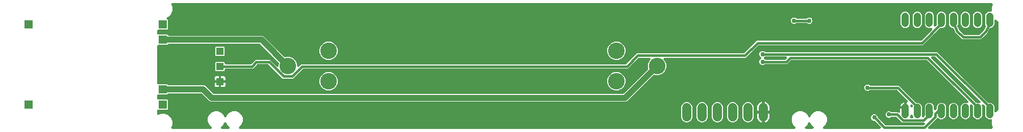
<source format=gbr>
G04 EAGLE Gerber X2 export*
%TF.Part,Single*%
%TF.FileFunction,Copper,L2,Bot,Mixed*%
%TF.FilePolarity,Positive*%
%TF.GenerationSoftware,Autodesk,EAGLE,9.1.3*%
%TF.CreationDate,2019-10-04T04:58:18Z*%
G75*
%MOMM*%
%FSLAX34Y34*%
%LPD*%
%AMOC8*
5,1,8,0,0,1.08239X$1,22.5*%
G01*
%ADD10C,2.743200*%
%ADD11C,1.208000*%
%ADD12C,1.524000*%
%ADD13R,1.408000X1.408000*%
%ADD14R,1.270000X1.270000*%
%ADD15C,0.406400*%
%ADD16C,0.756400*%
%ADD17C,1.016000*%

G36*
X98508Y10162D02*
X98508Y10162D01*
X98517Y10161D01*
X98709Y10182D01*
X98900Y10201D01*
X98908Y10203D01*
X98917Y10204D01*
X99099Y10262D01*
X99285Y10319D01*
X99293Y10323D01*
X99301Y10326D01*
X99469Y10419D01*
X99639Y10511D01*
X99646Y10516D01*
X99653Y10521D01*
X99800Y10645D01*
X99948Y10768D01*
X99954Y10775D01*
X99960Y10781D01*
X100079Y10932D01*
X100200Y11082D01*
X100204Y11090D01*
X100210Y11097D01*
X100298Y11270D01*
X100386Y11439D01*
X100388Y11448D01*
X100392Y11456D01*
X100444Y11642D01*
X100497Y11826D01*
X100498Y11835D01*
X100500Y11844D01*
X100514Y12037D01*
X100530Y12228D01*
X100529Y12236D01*
X100530Y12245D01*
X100505Y12438D01*
X100483Y12627D01*
X100480Y12636D01*
X100479Y12645D01*
X100418Y12828D01*
X100358Y13010D01*
X100354Y13018D01*
X100351Y13026D01*
X100255Y13193D01*
X100160Y13361D01*
X100155Y13368D01*
X100150Y13375D01*
X99935Y13628D01*
X96185Y17379D01*
X94029Y22583D01*
X94029Y28217D01*
X96185Y33421D01*
X100169Y37405D01*
X105373Y39561D01*
X111007Y39561D01*
X116211Y37405D01*
X120195Y33421D01*
X121313Y30721D01*
X121318Y30713D01*
X121320Y30705D01*
X121412Y30537D01*
X121504Y30366D01*
X121509Y30359D01*
X121514Y30352D01*
X121637Y30205D01*
X121760Y30056D01*
X121767Y30050D01*
X121773Y30043D01*
X121923Y29923D01*
X122073Y29802D01*
X122081Y29798D01*
X122087Y29792D01*
X122258Y29705D01*
X122429Y29615D01*
X122438Y29613D01*
X122446Y29608D01*
X122630Y29556D01*
X122816Y29502D01*
X122824Y29501D01*
X122833Y29499D01*
X123024Y29484D01*
X123217Y29467D01*
X123226Y29468D01*
X123234Y29468D01*
X123424Y29491D01*
X123617Y29512D01*
X123625Y29515D01*
X123634Y29516D01*
X123816Y29576D01*
X124000Y29636D01*
X124008Y29640D01*
X124016Y29643D01*
X124184Y29739D01*
X124352Y29832D01*
X124358Y29838D01*
X124366Y29842D01*
X124511Y29969D01*
X124657Y30094D01*
X124663Y30101D01*
X124670Y30107D01*
X124787Y30260D01*
X124906Y30411D01*
X124910Y30419D01*
X124915Y30426D01*
X125067Y30721D01*
X126185Y33421D01*
X130169Y37405D01*
X135373Y39561D01*
X141007Y39561D01*
X146211Y37405D01*
X150195Y33421D01*
X152351Y28217D01*
X152351Y22583D01*
X150195Y17379D01*
X146445Y13628D01*
X146439Y13621D01*
X146432Y13616D01*
X146312Y13466D01*
X146189Y13317D01*
X146185Y13309D01*
X146180Y13302D01*
X146091Y13132D01*
X146001Y12961D01*
X145998Y12952D01*
X145994Y12945D01*
X145941Y12760D01*
X145886Y12575D01*
X145885Y12566D01*
X145883Y12558D01*
X145867Y12366D01*
X145850Y12174D01*
X145851Y12165D01*
X145850Y12156D01*
X145872Y11967D01*
X145893Y11774D01*
X145896Y11765D01*
X145897Y11757D01*
X145956Y11575D01*
X146015Y11390D01*
X146019Y11382D01*
X146022Y11374D01*
X146117Y11205D01*
X146209Y11038D01*
X146215Y11031D01*
X146220Y11023D01*
X146346Y10877D01*
X146470Y10731D01*
X146477Y10725D01*
X146483Y10718D01*
X146634Y10601D01*
X146786Y10481D01*
X146794Y10477D01*
X146801Y10472D01*
X146973Y10386D01*
X147145Y10299D01*
X147153Y10296D01*
X147161Y10292D01*
X147347Y10242D01*
X147533Y10191D01*
X147542Y10190D01*
X147550Y10188D01*
X147881Y10161D01*
X1067509Y10161D01*
X1067518Y10162D01*
X1067527Y10161D01*
X1067719Y10182D01*
X1067910Y10201D01*
X1067918Y10203D01*
X1067927Y10204D01*
X1068109Y10262D01*
X1068295Y10319D01*
X1068303Y10323D01*
X1068311Y10326D01*
X1068479Y10419D01*
X1068649Y10511D01*
X1068656Y10516D01*
X1068663Y10521D01*
X1068810Y10645D01*
X1068958Y10768D01*
X1068964Y10775D01*
X1068970Y10781D01*
X1069089Y10932D01*
X1069210Y11082D01*
X1069214Y11090D01*
X1069220Y11097D01*
X1069308Y11270D01*
X1069396Y11439D01*
X1069398Y11448D01*
X1069402Y11456D01*
X1069454Y11642D01*
X1069507Y11826D01*
X1069508Y11835D01*
X1069510Y11844D01*
X1069524Y12037D01*
X1069540Y12228D01*
X1069539Y12236D01*
X1069540Y12245D01*
X1069515Y12438D01*
X1069493Y12627D01*
X1069490Y12636D01*
X1069489Y12645D01*
X1069428Y12828D01*
X1069368Y13010D01*
X1069364Y13018D01*
X1069361Y13026D01*
X1069265Y13193D01*
X1069170Y13361D01*
X1069165Y13368D01*
X1069160Y13375D01*
X1068945Y13628D01*
X1065195Y17379D01*
X1063039Y22583D01*
X1063039Y28217D01*
X1065195Y33421D01*
X1069179Y37405D01*
X1074383Y39561D01*
X1080017Y39561D01*
X1085221Y37405D01*
X1089205Y33421D01*
X1090323Y30721D01*
X1090328Y30713D01*
X1090330Y30705D01*
X1090422Y30537D01*
X1090514Y30366D01*
X1090519Y30359D01*
X1090524Y30352D01*
X1090647Y30205D01*
X1090770Y30056D01*
X1090777Y30050D01*
X1090783Y30043D01*
X1090933Y29923D01*
X1091083Y29802D01*
X1091091Y29798D01*
X1091097Y29792D01*
X1091269Y29704D01*
X1091439Y29615D01*
X1091448Y29613D01*
X1091456Y29609D01*
X1091641Y29556D01*
X1091826Y29502D01*
X1091834Y29501D01*
X1091843Y29499D01*
X1092034Y29484D01*
X1092227Y29467D01*
X1092236Y29468D01*
X1092244Y29468D01*
X1092437Y29491D01*
X1092627Y29513D01*
X1092635Y29515D01*
X1092644Y29516D01*
X1092829Y29577D01*
X1093010Y29636D01*
X1093018Y29640D01*
X1093026Y29643D01*
X1093194Y29739D01*
X1093362Y29832D01*
X1093368Y29838D01*
X1093376Y29842D01*
X1093521Y29969D01*
X1093667Y30094D01*
X1093673Y30101D01*
X1093680Y30107D01*
X1093797Y30259D01*
X1093916Y30411D01*
X1093920Y30419D01*
X1093925Y30426D01*
X1094077Y30721D01*
X1095195Y33421D01*
X1099179Y37405D01*
X1104383Y39561D01*
X1110017Y39561D01*
X1115221Y37405D01*
X1119205Y33421D01*
X1121361Y28217D01*
X1121361Y22583D01*
X1119205Y17379D01*
X1115455Y13628D01*
X1115449Y13621D01*
X1115442Y13616D01*
X1115322Y13466D01*
X1115199Y13317D01*
X1115195Y13309D01*
X1115190Y13302D01*
X1115101Y13132D01*
X1115011Y12961D01*
X1115008Y12952D01*
X1115004Y12945D01*
X1114951Y12760D01*
X1114896Y12575D01*
X1114895Y12566D01*
X1114893Y12558D01*
X1114877Y12366D01*
X1114860Y12174D01*
X1114861Y12165D01*
X1114860Y12156D01*
X1114882Y11967D01*
X1114903Y11774D01*
X1114906Y11765D01*
X1114907Y11757D01*
X1114966Y11575D01*
X1115025Y11390D01*
X1115029Y11382D01*
X1115032Y11374D01*
X1115127Y11205D01*
X1115219Y11038D01*
X1115225Y11031D01*
X1115230Y11023D01*
X1115356Y10877D01*
X1115480Y10731D01*
X1115487Y10725D01*
X1115493Y10718D01*
X1115644Y10601D01*
X1115796Y10481D01*
X1115804Y10477D01*
X1115811Y10472D01*
X1115983Y10386D01*
X1116155Y10299D01*
X1116163Y10296D01*
X1116171Y10292D01*
X1116357Y10242D01*
X1116543Y10191D01*
X1116552Y10190D01*
X1116560Y10188D01*
X1116891Y10161D01*
X1209265Y10161D01*
X1209274Y10162D01*
X1209283Y10161D01*
X1209477Y10182D01*
X1209666Y10201D01*
X1209674Y10203D01*
X1209683Y10204D01*
X1209867Y10262D01*
X1210051Y10319D01*
X1210059Y10323D01*
X1210067Y10326D01*
X1210235Y10418D01*
X1210405Y10511D01*
X1210412Y10516D01*
X1210420Y10521D01*
X1210567Y10645D01*
X1210714Y10768D01*
X1210720Y10775D01*
X1210727Y10781D01*
X1210846Y10933D01*
X1210967Y11082D01*
X1210971Y11090D01*
X1210976Y11097D01*
X1211064Y11270D01*
X1211152Y11439D01*
X1211155Y11448D01*
X1211159Y11456D01*
X1211211Y11642D01*
X1211263Y11826D01*
X1211264Y11835D01*
X1211267Y11844D01*
X1211281Y12037D01*
X1211296Y12228D01*
X1211295Y12236D01*
X1211296Y12245D01*
X1211272Y12438D01*
X1211249Y12627D01*
X1211247Y12636D01*
X1211246Y12645D01*
X1211184Y12828D01*
X1211125Y13010D01*
X1211120Y13018D01*
X1211117Y13026D01*
X1211021Y13193D01*
X1210927Y13361D01*
X1210921Y13368D01*
X1210916Y13375D01*
X1210702Y13628D01*
X1201022Y23308D01*
X1201001Y23325D01*
X1200983Y23346D01*
X1200846Y23453D01*
X1200710Y23563D01*
X1200687Y23576D01*
X1200665Y23592D01*
X1200508Y23670D01*
X1200354Y23752D01*
X1200329Y23760D01*
X1200305Y23772D01*
X1200135Y23817D01*
X1199969Y23867D01*
X1199942Y23869D01*
X1199916Y23876D01*
X1199585Y23903D01*
X1199094Y23903D01*
X1197144Y24711D01*
X1195651Y26204D01*
X1194843Y28154D01*
X1194843Y30266D01*
X1195651Y32216D01*
X1197144Y33709D01*
X1199094Y34517D01*
X1201206Y34517D01*
X1203156Y33709D01*
X1204649Y32216D01*
X1205457Y30266D01*
X1205457Y29775D01*
X1205459Y29748D01*
X1205457Y29721D01*
X1205479Y29547D01*
X1205497Y29374D01*
X1205504Y29349D01*
X1205508Y29322D01*
X1205563Y29156D01*
X1205615Y28989D01*
X1205628Y28966D01*
X1205636Y28940D01*
X1205723Y28789D01*
X1205807Y28635D01*
X1205824Y28615D01*
X1205837Y28591D01*
X1206052Y28338D01*
X1217538Y16852D01*
X1217559Y16835D01*
X1217577Y16814D01*
X1217714Y16707D01*
X1217850Y16597D01*
X1217873Y16584D01*
X1217895Y16568D01*
X1218052Y16490D01*
X1218206Y16408D01*
X1218231Y16400D01*
X1218255Y16388D01*
X1218425Y16343D01*
X1218591Y16293D01*
X1218618Y16291D01*
X1218644Y16284D01*
X1218975Y16257D01*
X1281536Y16257D01*
X1281563Y16259D01*
X1281589Y16257D01*
X1281763Y16279D01*
X1281937Y16297D01*
X1281962Y16304D01*
X1281989Y16308D01*
X1282154Y16363D01*
X1282322Y16415D01*
X1282345Y16428D01*
X1282371Y16436D01*
X1282522Y16523D01*
X1282676Y16607D01*
X1282696Y16624D01*
X1282719Y16637D01*
X1282972Y16852D01*
X1283420Y17300D01*
X1283426Y17307D01*
X1283433Y17312D01*
X1283553Y17462D01*
X1283676Y17611D01*
X1283680Y17619D01*
X1283685Y17626D01*
X1283773Y17795D01*
X1283864Y17967D01*
X1283867Y17976D01*
X1283871Y17983D01*
X1283924Y18168D01*
X1283979Y18353D01*
X1283980Y18362D01*
X1283982Y18370D01*
X1283998Y18560D01*
X1284015Y18754D01*
X1284014Y18763D01*
X1284015Y18772D01*
X1283993Y18962D01*
X1283972Y19154D01*
X1283969Y19163D01*
X1283968Y19171D01*
X1283908Y19355D01*
X1283851Y19538D01*
X1283846Y19546D01*
X1283843Y19554D01*
X1283749Y19722D01*
X1283656Y19890D01*
X1283650Y19897D01*
X1283646Y19905D01*
X1283521Y20049D01*
X1283395Y20197D01*
X1283388Y20203D01*
X1283382Y20210D01*
X1283231Y20327D01*
X1283079Y20447D01*
X1283071Y20451D01*
X1283064Y20456D01*
X1282892Y20542D01*
X1282720Y20629D01*
X1282712Y20632D01*
X1282704Y20636D01*
X1282516Y20686D01*
X1282333Y20737D01*
X1282324Y20738D01*
X1282315Y20740D01*
X1281984Y20767D01*
X1246052Y20767D01*
X1236681Y30138D01*
X1236660Y30155D01*
X1236643Y30176D01*
X1236505Y30283D01*
X1236369Y30393D01*
X1236346Y30406D01*
X1236325Y30422D01*
X1236168Y30500D01*
X1236014Y30582D01*
X1235988Y30590D01*
X1235964Y30602D01*
X1235795Y30647D01*
X1235628Y30697D01*
X1235601Y30699D01*
X1235575Y30706D01*
X1235245Y30733D01*
X1229070Y30733D01*
X1229043Y30731D01*
X1229016Y30733D01*
X1228842Y30711D01*
X1228669Y30693D01*
X1228643Y30686D01*
X1228617Y30682D01*
X1228451Y30627D01*
X1228284Y30575D01*
X1228260Y30562D01*
X1228235Y30554D01*
X1228083Y30467D01*
X1227930Y30383D01*
X1227909Y30366D01*
X1227886Y30353D01*
X1227633Y30138D01*
X1227286Y29791D01*
X1225336Y28983D01*
X1223224Y28983D01*
X1221274Y29791D01*
X1219781Y31284D01*
X1218973Y33234D01*
X1218973Y35346D01*
X1219781Y37296D01*
X1221274Y38789D01*
X1223224Y39597D01*
X1225336Y39597D01*
X1227286Y38789D01*
X1227633Y38442D01*
X1227654Y38425D01*
X1227671Y38404D01*
X1227809Y38297D01*
X1227945Y38187D01*
X1227968Y38174D01*
X1227989Y38158D01*
X1228146Y38080D01*
X1228300Y37998D01*
X1228326Y37990D01*
X1228350Y37978D01*
X1228519Y37933D01*
X1228686Y37883D01*
X1228713Y37881D01*
X1228739Y37874D01*
X1229070Y37847D01*
X1239032Y37847D01*
X1239452Y37427D01*
X1239459Y37422D01*
X1239464Y37415D01*
X1239613Y37295D01*
X1239763Y37172D01*
X1239771Y37168D01*
X1239778Y37163D01*
X1239948Y37075D01*
X1240119Y36984D01*
X1240128Y36981D01*
X1240135Y36977D01*
X1240320Y36924D01*
X1240505Y36869D01*
X1240514Y36868D01*
X1240522Y36866D01*
X1240713Y36850D01*
X1240906Y36833D01*
X1240915Y36834D01*
X1240924Y36833D01*
X1241113Y36855D01*
X1241306Y36876D01*
X1241315Y36879D01*
X1241323Y36880D01*
X1241506Y36939D01*
X1241690Y36997D01*
X1241698Y37002D01*
X1241706Y37005D01*
X1241873Y37099D01*
X1242042Y37192D01*
X1242049Y37198D01*
X1242057Y37202D01*
X1242202Y37328D01*
X1242349Y37453D01*
X1242355Y37460D01*
X1242362Y37466D01*
X1242479Y37617D01*
X1242599Y37769D01*
X1242603Y37777D01*
X1242608Y37784D01*
X1242694Y37956D01*
X1242781Y38128D01*
X1242784Y38136D01*
X1242788Y38144D01*
X1242837Y38330D01*
X1242889Y38516D01*
X1242890Y38524D01*
X1242892Y38533D01*
X1242919Y38864D01*
X1242919Y43969D01*
X1251500Y43969D01*
X1251517Y43970D01*
X1251535Y43969D01*
X1251718Y43990D01*
X1251900Y44008D01*
X1251917Y44014D01*
X1251935Y44016D01*
X1252110Y44073D01*
X1252285Y44127D01*
X1252301Y44135D01*
X1252318Y44141D01*
X1252478Y44231D01*
X1252639Y44318D01*
X1252653Y44330D01*
X1252668Y44339D01*
X1252808Y44459D01*
X1252948Y44576D01*
X1252949Y44576D01*
X1252949Y44577D01*
X1252960Y44590D01*
X1252973Y44602D01*
X1252974Y44602D01*
X1253086Y44747D01*
X1253201Y44890D01*
X1253210Y44906D01*
X1253220Y44920D01*
X1253302Y45085D01*
X1253387Y45248D01*
X1253392Y45265D01*
X1253400Y45281D01*
X1253448Y45459D01*
X1253498Y45635D01*
X1253500Y45652D01*
X1253504Y45670D01*
X1253531Y46000D01*
X1253531Y54366D01*
X1253603Y54355D01*
X1253634Y54345D01*
X1253709Y54339D01*
X1253782Y54323D01*
X1253909Y54320D01*
X1254035Y54309D01*
X1254110Y54317D01*
X1254184Y54316D01*
X1254309Y54339D01*
X1254435Y54352D01*
X1254507Y54375D01*
X1254580Y54389D01*
X1254698Y54436D01*
X1254819Y54474D01*
X1254885Y54510D01*
X1254954Y54538D01*
X1255061Y54607D01*
X1255171Y54669D01*
X1255228Y54717D01*
X1255291Y54758D01*
X1255382Y54847D01*
X1255478Y54929D01*
X1255525Y54988D01*
X1255578Y55040D01*
X1255649Y55145D01*
X1255728Y55245D01*
X1255762Y55312D01*
X1255804Y55374D01*
X1255853Y55491D01*
X1255910Y55604D01*
X1255931Y55676D01*
X1255959Y55745D01*
X1255984Y55870D01*
X1256018Y55992D01*
X1256024Y56067D01*
X1256039Y56140D01*
X1256039Y56267D01*
X1256048Y56393D01*
X1256038Y56468D01*
X1256038Y56543D01*
X1256013Y56667D01*
X1255997Y56793D01*
X1255974Y56864D01*
X1255959Y56937D01*
X1255910Y57054D01*
X1255869Y57175D01*
X1255832Y57240D01*
X1255803Y57308D01*
X1255732Y57413D01*
X1255668Y57523D01*
X1255612Y57590D01*
X1255577Y57642D01*
X1255524Y57693D01*
X1255454Y57776D01*
X1238642Y74588D01*
X1238631Y74597D01*
X1238626Y74603D01*
X1238617Y74610D01*
X1238604Y74626D01*
X1238466Y74733D01*
X1238330Y74843D01*
X1238307Y74856D01*
X1238285Y74872D01*
X1238128Y74950D01*
X1237974Y75032D01*
X1237949Y75040D01*
X1237925Y75052D01*
X1237755Y75097D01*
X1237589Y75147D01*
X1237562Y75149D01*
X1237536Y75156D01*
X1237205Y75183D01*
X1193509Y75183D01*
X1193483Y75181D01*
X1193456Y75183D01*
X1193282Y75161D01*
X1193109Y75143D01*
X1193083Y75135D01*
X1193057Y75132D01*
X1192891Y75077D01*
X1192724Y75025D01*
X1192700Y75012D01*
X1192675Y75004D01*
X1192523Y74917D01*
X1192370Y74833D01*
X1192349Y74816D01*
X1192326Y74803D01*
X1192073Y74588D01*
X1191726Y74241D01*
X1189776Y73433D01*
X1187664Y73433D01*
X1185714Y74241D01*
X1184221Y75734D01*
X1183413Y77684D01*
X1183413Y79796D01*
X1184221Y81746D01*
X1185714Y83239D01*
X1187664Y84047D01*
X1189776Y84047D01*
X1191726Y83239D01*
X1192073Y82892D01*
X1192094Y82875D01*
X1192111Y82854D01*
X1192249Y82748D01*
X1192385Y82637D01*
X1192408Y82624D01*
X1192429Y82608D01*
X1192586Y82530D01*
X1192740Y82448D01*
X1192766Y82440D01*
X1192790Y82428D01*
X1192959Y82383D01*
X1193126Y82333D01*
X1193153Y82331D01*
X1193179Y82324D01*
X1193509Y82297D01*
X1240993Y82297D01*
X1243671Y79619D01*
X1243672Y79618D01*
X1269130Y54160D01*
X1269151Y54143D01*
X1269168Y54122D01*
X1269306Y54015D01*
X1269442Y53905D01*
X1269465Y53892D01*
X1269487Y53876D01*
X1269644Y53798D01*
X1269798Y53716D01*
X1269823Y53708D01*
X1269847Y53696D01*
X1270017Y53651D01*
X1270183Y53601D01*
X1270210Y53599D01*
X1270236Y53592D01*
X1270567Y53565D01*
X1273005Y53565D01*
X1275785Y52413D01*
X1277913Y50285D01*
X1279065Y47505D01*
X1279065Y32415D01*
X1278998Y32255D01*
X1278997Y32250D01*
X1278995Y32247D01*
X1278939Y32058D01*
X1278882Y31869D01*
X1278881Y31865D01*
X1278880Y31861D01*
X1278862Y31659D01*
X1278844Y31469D01*
X1278844Y31464D01*
X1278844Y31460D01*
X1278865Y31261D01*
X1278885Y31068D01*
X1278887Y31064D01*
X1278887Y31059D01*
X1278947Y30870D01*
X1279005Y30684D01*
X1279007Y30680D01*
X1279009Y30676D01*
X1279103Y30505D01*
X1279198Y30331D01*
X1279201Y30327D01*
X1279203Y30323D01*
X1279330Y30174D01*
X1279458Y30022D01*
X1279461Y30020D01*
X1279464Y30016D01*
X1279618Y29895D01*
X1279772Y29771D01*
X1279776Y29769D01*
X1279780Y29767D01*
X1279955Y29677D01*
X1280131Y29588D01*
X1280135Y29586D01*
X1280139Y29584D01*
X1280331Y29531D01*
X1280518Y29478D01*
X1280522Y29478D01*
X1280527Y29476D01*
X1280728Y29462D01*
X1280919Y29447D01*
X1280924Y29447D01*
X1280928Y29447D01*
X1281126Y29472D01*
X1281319Y29495D01*
X1281323Y29497D01*
X1281328Y29497D01*
X1281513Y29560D01*
X1281701Y29622D01*
X1281705Y29624D01*
X1281709Y29626D01*
X1281881Y29725D01*
X1282051Y29821D01*
X1282054Y29824D01*
X1282058Y29826D01*
X1282311Y30041D01*
X1283340Y31070D01*
X1283345Y31076D01*
X1283351Y31081D01*
X1283363Y31096D01*
X1283378Y31108D01*
X1283485Y31246D01*
X1283595Y31382D01*
X1283600Y31391D01*
X1283603Y31395D01*
X1283610Y31409D01*
X1283624Y31427D01*
X1283702Y31583D01*
X1283784Y31738D01*
X1283788Y31751D01*
X1283789Y31752D01*
X1283792Y31764D01*
X1283804Y31787D01*
X1283849Y31957D01*
X1283899Y32123D01*
X1283901Y32150D01*
X1283908Y32176D01*
X1283935Y32507D01*
X1283935Y47505D01*
X1285087Y50285D01*
X1287215Y52413D01*
X1289995Y53565D01*
X1293005Y53565D01*
X1295785Y52413D01*
X1297913Y50285D01*
X1299065Y47505D01*
X1299065Y43499D01*
X1299066Y43490D01*
X1299065Y43481D01*
X1299086Y43289D01*
X1299105Y43098D01*
X1299107Y43089D01*
X1299108Y43080D01*
X1299166Y42897D01*
X1299223Y42713D01*
X1299227Y42705D01*
X1299230Y42697D01*
X1299323Y42527D01*
X1299415Y42359D01*
X1299420Y42352D01*
X1299425Y42344D01*
X1299550Y42197D01*
X1299672Y42050D01*
X1299679Y42044D01*
X1299685Y42037D01*
X1299837Y41917D01*
X1299986Y41797D01*
X1299994Y41793D01*
X1300001Y41788D01*
X1300174Y41700D01*
X1300343Y41612D01*
X1300352Y41609D01*
X1300360Y41605D01*
X1300545Y41554D01*
X1300730Y41501D01*
X1300739Y41500D01*
X1300748Y41497D01*
X1300940Y41483D01*
X1301132Y41468D01*
X1301140Y41469D01*
X1301149Y41468D01*
X1301341Y41492D01*
X1301531Y41515D01*
X1301540Y41517D01*
X1301549Y41518D01*
X1301731Y41580D01*
X1301914Y41639D01*
X1301922Y41644D01*
X1301930Y41647D01*
X1302098Y41743D01*
X1302265Y41837D01*
X1302272Y41843D01*
X1302279Y41848D01*
X1302532Y42062D01*
X1303340Y42870D01*
X1303357Y42891D01*
X1303378Y42909D01*
X1303484Y43046D01*
X1303595Y43182D01*
X1303608Y43206D01*
X1303624Y43227D01*
X1303702Y43383D01*
X1303784Y43538D01*
X1303792Y43563D01*
X1303804Y43587D01*
X1303849Y43756D01*
X1303899Y43923D01*
X1303901Y43950D01*
X1303908Y43976D01*
X1303935Y44307D01*
X1303935Y47505D01*
X1305087Y50285D01*
X1307215Y52413D01*
X1309995Y53565D01*
X1313005Y53565D01*
X1315785Y52413D01*
X1317913Y50285D01*
X1319065Y47505D01*
X1319065Y32415D01*
X1317913Y29635D01*
X1315785Y27507D01*
X1313005Y26355D01*
X1309995Y26355D01*
X1307215Y27507D01*
X1306888Y27834D01*
X1306874Y27846D01*
X1306862Y27859D01*
X1306718Y27973D01*
X1306576Y28089D01*
X1306560Y28098D01*
X1306546Y28109D01*
X1306382Y28192D01*
X1306220Y28278D01*
X1306203Y28283D01*
X1306187Y28291D01*
X1306011Y28340D01*
X1305835Y28393D01*
X1305817Y28394D01*
X1305800Y28399D01*
X1305617Y28412D01*
X1305434Y28429D01*
X1305416Y28427D01*
X1305398Y28428D01*
X1305216Y28405D01*
X1305033Y28386D01*
X1305016Y28380D01*
X1304999Y28378D01*
X1304825Y28320D01*
X1304649Y28264D01*
X1304634Y28256D01*
X1304617Y28250D01*
X1304457Y28158D01*
X1304297Y28069D01*
X1304284Y28058D01*
X1304268Y28049D01*
X1304015Y27834D01*
X1289809Y13628D01*
X1289803Y13621D01*
X1289797Y13616D01*
X1289676Y13466D01*
X1289554Y13317D01*
X1289550Y13309D01*
X1289544Y13302D01*
X1289455Y13131D01*
X1289365Y12961D01*
X1289363Y12953D01*
X1289359Y12945D01*
X1289305Y12759D01*
X1289251Y12575D01*
X1289250Y12566D01*
X1289247Y12558D01*
X1289232Y12366D01*
X1289214Y12174D01*
X1289215Y12165D01*
X1289214Y12156D01*
X1289237Y11967D01*
X1289258Y11774D01*
X1289260Y11765D01*
X1289261Y11757D01*
X1289321Y11575D01*
X1289379Y11390D01*
X1289383Y11382D01*
X1289386Y11374D01*
X1289481Y11205D01*
X1289574Y11038D01*
X1289580Y11031D01*
X1289584Y11023D01*
X1289710Y10877D01*
X1289834Y10731D01*
X1289841Y10725D01*
X1289847Y10718D01*
X1289999Y10601D01*
X1290150Y10481D01*
X1290158Y10477D01*
X1290165Y10472D01*
X1290337Y10386D01*
X1290509Y10299D01*
X1290518Y10296D01*
X1290526Y10292D01*
X1290712Y10242D01*
X1290897Y10191D01*
X1290906Y10190D01*
X1290915Y10188D01*
X1291245Y10161D01*
X1394570Y10161D01*
X1394652Y10169D01*
X1394734Y10167D01*
X1394852Y10189D01*
X1394971Y10201D01*
X1395050Y10225D01*
X1395130Y10239D01*
X1395241Y10284D01*
X1395356Y10319D01*
X1395428Y10358D01*
X1395504Y10388D01*
X1395605Y10454D01*
X1395710Y10511D01*
X1395773Y10563D01*
X1395842Y10608D01*
X1395927Y10692D01*
X1396019Y10768D01*
X1396071Y10832D01*
X1396129Y10890D01*
X1396197Y10989D01*
X1396272Y11082D01*
X1396309Y11155D01*
X1396356Y11223D01*
X1396402Y11333D01*
X1396457Y11439D01*
X1396480Y11518D01*
X1396512Y11594D01*
X1396535Y11711D01*
X1396568Y11826D01*
X1396575Y11908D01*
X1396591Y11989D01*
X1396592Y12108D01*
X1396601Y12228D01*
X1396592Y12309D01*
X1396592Y12391D01*
X1396565Y12541D01*
X1396554Y12627D01*
X1396542Y12666D01*
X1396532Y12718D01*
X1395539Y16424D01*
X1395539Y23576D01*
X1395627Y23904D01*
X1395639Y23977D01*
X1395650Y24014D01*
X1395650Y24015D01*
X1395662Y24056D01*
X1395672Y24179D01*
X1395693Y24302D01*
X1395690Y24380D01*
X1395696Y24457D01*
X1395683Y24580D01*
X1395678Y24704D01*
X1395660Y24780D01*
X1395651Y24857D01*
X1395613Y24975D01*
X1395585Y25096D01*
X1395552Y25166D01*
X1395528Y25240D01*
X1395468Y25349D01*
X1395416Y25461D01*
X1395370Y25524D01*
X1395332Y25592D01*
X1395251Y25686D01*
X1395178Y25786D01*
X1395120Y25839D01*
X1395070Y25898D01*
X1394972Y25974D01*
X1394881Y26058D01*
X1394814Y26098D01*
X1394753Y26146D01*
X1394642Y26201D01*
X1394536Y26266D01*
X1394463Y26292D01*
X1394393Y26327D01*
X1394274Y26359D01*
X1394157Y26401D01*
X1394080Y26412D01*
X1394005Y26433D01*
X1393881Y26442D01*
X1393758Y26459D01*
X1393681Y26455D01*
X1393603Y26461D01*
X1393480Y26445D01*
X1393356Y26438D01*
X1393281Y26419D01*
X1393204Y26408D01*
X1393051Y26359D01*
X1393035Y26355D01*
X1389995Y26355D01*
X1387215Y27507D01*
X1385087Y29635D01*
X1383935Y32415D01*
X1383935Y47693D01*
X1383933Y47720D01*
X1383935Y47747D01*
X1383913Y47921D01*
X1383895Y48094D01*
X1383888Y48119D01*
X1383884Y48146D01*
X1383829Y48312D01*
X1383777Y48479D01*
X1383764Y48502D01*
X1383756Y48528D01*
X1383669Y48679D01*
X1383585Y48833D01*
X1383568Y48853D01*
X1383555Y48877D01*
X1383340Y49130D01*
X1382113Y50357D01*
X1382110Y50360D01*
X1382107Y50363D01*
X1381956Y50485D01*
X1381802Y50612D01*
X1381798Y50614D01*
X1381794Y50617D01*
X1381619Y50708D01*
X1381446Y50800D01*
X1381442Y50802D01*
X1381438Y50804D01*
X1381248Y50859D01*
X1381060Y50915D01*
X1381056Y50916D01*
X1381051Y50917D01*
X1380859Y50933D01*
X1380659Y50952D01*
X1380655Y50951D01*
X1380650Y50952D01*
X1380459Y50930D01*
X1380259Y50908D01*
X1380255Y50907D01*
X1380250Y50906D01*
X1380065Y50847D01*
X1379875Y50787D01*
X1379871Y50785D01*
X1379867Y50783D01*
X1379695Y50687D01*
X1379523Y50592D01*
X1379519Y50589D01*
X1379515Y50587D01*
X1379366Y50459D01*
X1379216Y50331D01*
X1379213Y50328D01*
X1379209Y50325D01*
X1379087Y50169D01*
X1378966Y50016D01*
X1378964Y50012D01*
X1378961Y50008D01*
X1378872Y49830D01*
X1378784Y49657D01*
X1378782Y49652D01*
X1378780Y49648D01*
X1378728Y49456D01*
X1378676Y49269D01*
X1378675Y49264D01*
X1378674Y49260D01*
X1378661Y49062D01*
X1378646Y48867D01*
X1378647Y48863D01*
X1378647Y48858D01*
X1378671Y48668D01*
X1378697Y48468D01*
X1378698Y48463D01*
X1378699Y48459D01*
X1378800Y48143D01*
X1379065Y47505D01*
X1379065Y32415D01*
X1377913Y29635D01*
X1375785Y27507D01*
X1373005Y26355D01*
X1369995Y26355D01*
X1367215Y27507D01*
X1365087Y29635D01*
X1363935Y32415D01*
X1363935Y47693D01*
X1363933Y47720D01*
X1363935Y47747D01*
X1363913Y47921D01*
X1363895Y48094D01*
X1363888Y48119D01*
X1363884Y48146D01*
X1363829Y48312D01*
X1363777Y48479D01*
X1363764Y48502D01*
X1363756Y48528D01*
X1363669Y48679D01*
X1363585Y48833D01*
X1363568Y48853D01*
X1363555Y48877D01*
X1363340Y49130D01*
X1362113Y50357D01*
X1362110Y50360D01*
X1362107Y50363D01*
X1361956Y50485D01*
X1361802Y50612D01*
X1361798Y50614D01*
X1361794Y50617D01*
X1361619Y50708D01*
X1361446Y50800D01*
X1361442Y50802D01*
X1361438Y50804D01*
X1361248Y50859D01*
X1361060Y50915D01*
X1361056Y50916D01*
X1361051Y50917D01*
X1360859Y50933D01*
X1360659Y50952D01*
X1360655Y50951D01*
X1360650Y50952D01*
X1360459Y50930D01*
X1360259Y50908D01*
X1360255Y50907D01*
X1360250Y50906D01*
X1360065Y50847D01*
X1359875Y50787D01*
X1359871Y50785D01*
X1359867Y50783D01*
X1359695Y50687D01*
X1359523Y50592D01*
X1359519Y50589D01*
X1359515Y50587D01*
X1359366Y50459D01*
X1359216Y50331D01*
X1359213Y50328D01*
X1359209Y50325D01*
X1359087Y50169D01*
X1358966Y50016D01*
X1358964Y50012D01*
X1358961Y50008D01*
X1358872Y49830D01*
X1358784Y49657D01*
X1358782Y49652D01*
X1358780Y49648D01*
X1358728Y49456D01*
X1358676Y49269D01*
X1358675Y49264D01*
X1358674Y49260D01*
X1358661Y49062D01*
X1358646Y48867D01*
X1358647Y48863D01*
X1358647Y48858D01*
X1358671Y48668D01*
X1358697Y48468D01*
X1358698Y48463D01*
X1358699Y48459D01*
X1358800Y48143D01*
X1359065Y47505D01*
X1359065Y32415D01*
X1357913Y29635D01*
X1355785Y27507D01*
X1353005Y26355D01*
X1349995Y26355D01*
X1347215Y27507D01*
X1345087Y29635D01*
X1343935Y32415D01*
X1343935Y47505D01*
X1345087Y50285D01*
X1347215Y52413D01*
X1349995Y53565D01*
X1353005Y53565D01*
X1353643Y53300D01*
X1353648Y53299D01*
X1353651Y53297D01*
X1353838Y53241D01*
X1354029Y53184D01*
X1354033Y53183D01*
X1354037Y53182D01*
X1354238Y53164D01*
X1354429Y53146D01*
X1354434Y53146D01*
X1354438Y53146D01*
X1354637Y53167D01*
X1354830Y53187D01*
X1354834Y53189D01*
X1354839Y53189D01*
X1355026Y53248D01*
X1355214Y53307D01*
X1355218Y53309D01*
X1355222Y53311D01*
X1355393Y53405D01*
X1355567Y53500D01*
X1355571Y53503D01*
X1355575Y53505D01*
X1355724Y53632D01*
X1355875Y53760D01*
X1355878Y53763D01*
X1355882Y53766D01*
X1356005Y53922D01*
X1356126Y54074D01*
X1356128Y54078D01*
X1356131Y54082D01*
X1356221Y54259D01*
X1356310Y54432D01*
X1356312Y54437D01*
X1356314Y54441D01*
X1356367Y54631D01*
X1356420Y54820D01*
X1356420Y54824D01*
X1356422Y54829D01*
X1356436Y55026D01*
X1356451Y55221D01*
X1356451Y55226D01*
X1356451Y55230D01*
X1356426Y55426D01*
X1356403Y55621D01*
X1356401Y55625D01*
X1356401Y55630D01*
X1356338Y55815D01*
X1356276Y56003D01*
X1356274Y56007D01*
X1356272Y56011D01*
X1356174Y56182D01*
X1356077Y56353D01*
X1356074Y56356D01*
X1356071Y56360D01*
X1355857Y56613D01*
X1287680Y124790D01*
X1287659Y124807D01*
X1287641Y124828D01*
X1287504Y124935D01*
X1287368Y125045D01*
X1287345Y125058D01*
X1287323Y125074D01*
X1287166Y125152D01*
X1287012Y125234D01*
X1286987Y125242D01*
X1286963Y125254D01*
X1286793Y125299D01*
X1286627Y125349D01*
X1286600Y125351D01*
X1286574Y125358D01*
X1286243Y125385D01*
X1063340Y125385D01*
X1063313Y125383D01*
X1063286Y125385D01*
X1063112Y125363D01*
X1062939Y125345D01*
X1062914Y125338D01*
X1062887Y125334D01*
X1062721Y125279D01*
X1062554Y125227D01*
X1062531Y125214D01*
X1062505Y125206D01*
X1062354Y125119D01*
X1062200Y125035D01*
X1062180Y125018D01*
X1062156Y125005D01*
X1061903Y124790D01*
X1055476Y118363D01*
X1019520Y118363D01*
X1019493Y118361D01*
X1019466Y118363D01*
X1019292Y118341D01*
X1019119Y118323D01*
X1019093Y118316D01*
X1019067Y118312D01*
X1018901Y118257D01*
X1018734Y118205D01*
X1018710Y118192D01*
X1018685Y118184D01*
X1018533Y118097D01*
X1018380Y118013D01*
X1018359Y117996D01*
X1018336Y117983D01*
X1018083Y117768D01*
X1017736Y117421D01*
X1015786Y116613D01*
X1013674Y116613D01*
X1011724Y117421D01*
X1010231Y118914D01*
X1009423Y120864D01*
X1009423Y122976D01*
X1010231Y124926D01*
X1011737Y126432D01*
X1011846Y126492D01*
X1012017Y126583D01*
X1012024Y126589D01*
X1012032Y126594D01*
X1012179Y126717D01*
X1012328Y126840D01*
X1012333Y126847D01*
X1012340Y126853D01*
X1012460Y127003D01*
X1012581Y127152D01*
X1012586Y127160D01*
X1012591Y127167D01*
X1012679Y127339D01*
X1012768Y127509D01*
X1012771Y127518D01*
X1012775Y127526D01*
X1012827Y127710D01*
X1012882Y127895D01*
X1012882Y127904D01*
X1012885Y127913D01*
X1012900Y128104D01*
X1012916Y128296D01*
X1012915Y128305D01*
X1012916Y128314D01*
X1012893Y128504D01*
X1012871Y128697D01*
X1012868Y128705D01*
X1012867Y128714D01*
X1012808Y128895D01*
X1012748Y129080D01*
X1012744Y129088D01*
X1012741Y129096D01*
X1012645Y129265D01*
X1012552Y129431D01*
X1012546Y129438D01*
X1012541Y129446D01*
X1012415Y129591D01*
X1012290Y129737D01*
X1012283Y129743D01*
X1012277Y129750D01*
X1012125Y129866D01*
X1011973Y129985D01*
X1011965Y129990D01*
X1011958Y129995D01*
X1011737Y130109D01*
X1010231Y131614D01*
X1009423Y133564D01*
X1009423Y135676D01*
X1010231Y137626D01*
X1011724Y139119D01*
X1013674Y139927D01*
X1015786Y139927D01*
X1017736Y139119D01*
X1018083Y138772D01*
X1018104Y138755D01*
X1018121Y138734D01*
X1018259Y138627D01*
X1018395Y138517D01*
X1018418Y138504D01*
X1018439Y138488D01*
X1018596Y138410D01*
X1018750Y138328D01*
X1018776Y138320D01*
X1018800Y138308D01*
X1018969Y138263D01*
X1019136Y138213D01*
X1019163Y138211D01*
X1019189Y138204D01*
X1019520Y138177D01*
X1304353Y138177D01*
X1388370Y54160D01*
X1388391Y54143D01*
X1388409Y54122D01*
X1388546Y54015D01*
X1388682Y53905D01*
X1388705Y53892D01*
X1388727Y53876D01*
X1388884Y53798D01*
X1389038Y53716D01*
X1389063Y53708D01*
X1389087Y53696D01*
X1389257Y53651D01*
X1389423Y53601D01*
X1389450Y53599D01*
X1389476Y53592D01*
X1389807Y53565D01*
X1393005Y53565D01*
X1395785Y52413D01*
X1397913Y50285D01*
X1399065Y47505D01*
X1399065Y39680D01*
X1399066Y39671D01*
X1399065Y39662D01*
X1399086Y39469D01*
X1399105Y39279D01*
X1399107Y39271D01*
X1399108Y39262D01*
X1399167Y39077D01*
X1399223Y38894D01*
X1399227Y38886D01*
X1399230Y38878D01*
X1399323Y38709D01*
X1399415Y38540D01*
X1399420Y38533D01*
X1399425Y38525D01*
X1399550Y38377D01*
X1399672Y38231D01*
X1399679Y38225D01*
X1399685Y38218D01*
X1399837Y38099D01*
X1399986Y37978D01*
X1399994Y37974D01*
X1400001Y37969D01*
X1400174Y37881D01*
X1400343Y37793D01*
X1400352Y37791D01*
X1400360Y37786D01*
X1400546Y37735D01*
X1400730Y37682D01*
X1400739Y37681D01*
X1400748Y37678D01*
X1400941Y37664D01*
X1401132Y37649D01*
X1401140Y37650D01*
X1401149Y37649D01*
X1401342Y37673D01*
X1401531Y37696D01*
X1401540Y37698D01*
X1401549Y37699D01*
X1401731Y37761D01*
X1401914Y37820D01*
X1401922Y37825D01*
X1401930Y37828D01*
X1402097Y37924D01*
X1402265Y38018D01*
X1402272Y38024D01*
X1402279Y38029D01*
X1402532Y38243D01*
X1406036Y41747D01*
X1406053Y41768D01*
X1406074Y41786D01*
X1406181Y41923D01*
X1406291Y42059D01*
X1406304Y42083D01*
X1406320Y42104D01*
X1406398Y42261D01*
X1406480Y42415D01*
X1406488Y42440D01*
X1406500Y42464D01*
X1406545Y42634D01*
X1406595Y42800D01*
X1406597Y42827D01*
X1406604Y42853D01*
X1406631Y43184D01*
X1406631Y186816D01*
X1406629Y186843D01*
X1406631Y186870D01*
X1406609Y187044D01*
X1406591Y187217D01*
X1406584Y187242D01*
X1406580Y187269D01*
X1406525Y187435D01*
X1406473Y187602D01*
X1406460Y187625D01*
X1406452Y187651D01*
X1406365Y187802D01*
X1406281Y187956D01*
X1406264Y187976D01*
X1406251Y188000D01*
X1406036Y188253D01*
X1402532Y191757D01*
X1402525Y191762D01*
X1402520Y191769D01*
X1402370Y191889D01*
X1402221Y192012D01*
X1402213Y192016D01*
X1402206Y192022D01*
X1402035Y192110D01*
X1401865Y192200D01*
X1401857Y192203D01*
X1401849Y192207D01*
X1401663Y192260D01*
X1401479Y192315D01*
X1401470Y192316D01*
X1401462Y192318D01*
X1401270Y192334D01*
X1401078Y192352D01*
X1401069Y192351D01*
X1401060Y192351D01*
X1400871Y192329D01*
X1400678Y192308D01*
X1400669Y192305D01*
X1400661Y192304D01*
X1400479Y192245D01*
X1400294Y192187D01*
X1400286Y192182D01*
X1400278Y192180D01*
X1400109Y192085D01*
X1399942Y191992D01*
X1399935Y191986D01*
X1399927Y191982D01*
X1399781Y191856D01*
X1399635Y191731D01*
X1399629Y191724D01*
X1399622Y191718D01*
X1399505Y191567D01*
X1399385Y191415D01*
X1399381Y191407D01*
X1399376Y191400D01*
X1399290Y191228D01*
X1399203Y191056D01*
X1399200Y191048D01*
X1399196Y191040D01*
X1399146Y190853D01*
X1399095Y190669D01*
X1399094Y190660D01*
X1399092Y190651D01*
X1399065Y190320D01*
X1399065Y184495D01*
X1397913Y181715D01*
X1395785Y179587D01*
X1392977Y178424D01*
X1392926Y178419D01*
X1392759Y178407D01*
X1392726Y178399D01*
X1392693Y178395D01*
X1392532Y178346D01*
X1392370Y178302D01*
X1392340Y178287D01*
X1392308Y178277D01*
X1392160Y178197D01*
X1392010Y178122D01*
X1391984Y178101D01*
X1391954Y178085D01*
X1391825Y177978D01*
X1391692Y177874D01*
X1391671Y177849D01*
X1391645Y177828D01*
X1391540Y177697D01*
X1391430Y177569D01*
X1391411Y177537D01*
X1391393Y177514D01*
X1391353Y177437D01*
X1391262Y177283D01*
X1388827Y172208D01*
X1388798Y172126D01*
X1388759Y172048D01*
X1388729Y171937D01*
X1388690Y171829D01*
X1388677Y171743D01*
X1388655Y171660D01*
X1388643Y171515D01*
X1388630Y171431D01*
X1388632Y171387D01*
X1388628Y171329D01*
X1388628Y171127D01*
X1388260Y170759D01*
X1388148Y170623D01*
X1388033Y170488D01*
X1388019Y170465D01*
X1388005Y170448D01*
X1387967Y170376D01*
X1387865Y170202D01*
X1387640Y169733D01*
X1387450Y169666D01*
X1387371Y169629D01*
X1387289Y169602D01*
X1387189Y169544D01*
X1387085Y169496D01*
X1387015Y169444D01*
X1386940Y169401D01*
X1386829Y169307D01*
X1386761Y169257D01*
X1386731Y169224D01*
X1386687Y169186D01*
X1379626Y162126D01*
X1376948Y159447D01*
X1346052Y159447D01*
X1343374Y162126D01*
X1336313Y169186D01*
X1336246Y169241D01*
X1336185Y169303D01*
X1336091Y169368D01*
X1336002Y169441D01*
X1335925Y169482D01*
X1335853Y169531D01*
X1335721Y169590D01*
X1335646Y169630D01*
X1335603Y169643D01*
X1335550Y169666D01*
X1335360Y169733D01*
X1335135Y170202D01*
X1335043Y170353D01*
X1334955Y170506D01*
X1334937Y170527D01*
X1334926Y170546D01*
X1334870Y170606D01*
X1334740Y170759D01*
X1334372Y171127D01*
X1334372Y171329D01*
X1334364Y171415D01*
X1334365Y171502D01*
X1334344Y171615D01*
X1334333Y171729D01*
X1334307Y171812D01*
X1334291Y171898D01*
X1334239Y172033D01*
X1334214Y172114D01*
X1334193Y172153D01*
X1334173Y172208D01*
X1331738Y177283D01*
X1331650Y177426D01*
X1331567Y177573D01*
X1331546Y177598D01*
X1331528Y177627D01*
X1331414Y177750D01*
X1331304Y177878D01*
X1331278Y177898D01*
X1331255Y177923D01*
X1331119Y178021D01*
X1330986Y178124D01*
X1330956Y178139D01*
X1330929Y178159D01*
X1330777Y178229D01*
X1330626Y178304D01*
X1330593Y178312D01*
X1330563Y178326D01*
X1330400Y178364D01*
X1330237Y178408D01*
X1330200Y178411D01*
X1330171Y178418D01*
X1330085Y178421D01*
X1330017Y178426D01*
X1327215Y179587D01*
X1325087Y181715D01*
X1323935Y184495D01*
X1323935Y199585D01*
X1325087Y202365D01*
X1327215Y204493D01*
X1329995Y205645D01*
X1333005Y205645D01*
X1335785Y204493D01*
X1337913Y202365D01*
X1339065Y199585D01*
X1339065Y184495D01*
X1338069Y182092D01*
X1338045Y182013D01*
X1338013Y181938D01*
X1337987Y181821D01*
X1337953Y181707D01*
X1337945Y181625D01*
X1337928Y181544D01*
X1337926Y181424D01*
X1337915Y181306D01*
X1337923Y181224D01*
X1337922Y181142D01*
X1337944Y181024D01*
X1337956Y180905D01*
X1337981Y180827D01*
X1337996Y180746D01*
X1338050Y180603D01*
X1338076Y180521D01*
X1338096Y180485D01*
X1338114Y180436D01*
X1340723Y174998D01*
X1340815Y174847D01*
X1340904Y174694D01*
X1340921Y174673D01*
X1340933Y174654D01*
X1340988Y174594D01*
X1341118Y174441D01*
X1348404Y167156D01*
X1348421Y167141D01*
X1348435Y167125D01*
X1348438Y167123D01*
X1348442Y167118D01*
X1348580Y167011D01*
X1348715Y166901D01*
X1348739Y166888D01*
X1348760Y166872D01*
X1348917Y166794D01*
X1349071Y166712D01*
X1349096Y166704D01*
X1349120Y166692D01*
X1349290Y166647D01*
X1349457Y166597D01*
X1349483Y166595D01*
X1349509Y166588D01*
X1349840Y166561D01*
X1373160Y166561D01*
X1373187Y166563D01*
X1373213Y166561D01*
X1373387Y166583D01*
X1373561Y166601D01*
X1373586Y166608D01*
X1373613Y166612D01*
X1373778Y166667D01*
X1373946Y166719D01*
X1373969Y166732D01*
X1373995Y166740D01*
X1374146Y166827D01*
X1374300Y166911D01*
X1374320Y166928D01*
X1374343Y166941D01*
X1374596Y167156D01*
X1381882Y174441D01*
X1381993Y174577D01*
X1382109Y174712D01*
X1382123Y174735D01*
X1382137Y174752D01*
X1382175Y174824D01*
X1382277Y174998D01*
X1384886Y180436D01*
X1384914Y180513D01*
X1384951Y180587D01*
X1384982Y180702D01*
X1385023Y180814D01*
X1385035Y180896D01*
X1385057Y180975D01*
X1385065Y181094D01*
X1385083Y181213D01*
X1385079Y181295D01*
X1385084Y181377D01*
X1385069Y181495D01*
X1385063Y181615D01*
X1385043Y181694D01*
X1385032Y181776D01*
X1384986Y181921D01*
X1384964Y182005D01*
X1384947Y182042D01*
X1384931Y182092D01*
X1383935Y184495D01*
X1383935Y199585D01*
X1385087Y202365D01*
X1387215Y204493D01*
X1389995Y205645D01*
X1393106Y205645D01*
X1393116Y205642D01*
X1393129Y205641D01*
X1393142Y205637D01*
X1393330Y205621D01*
X1393517Y205604D01*
X1393530Y205605D01*
X1393544Y205604D01*
X1393731Y205626D01*
X1393917Y205645D01*
X1393930Y205649D01*
X1393943Y205651D01*
X1394122Y205709D01*
X1394302Y205765D01*
X1394313Y205771D01*
X1394326Y205776D01*
X1394490Y205868D01*
X1394655Y205958D01*
X1394665Y205967D01*
X1394677Y205974D01*
X1394819Y206097D01*
X1394963Y206217D01*
X1394971Y206228D01*
X1394982Y206237D01*
X1395096Y206385D01*
X1395214Y206532D01*
X1395220Y206544D01*
X1395228Y206555D01*
X1395312Y206723D01*
X1395398Y206890D01*
X1395402Y206903D01*
X1395408Y206915D01*
X1395457Y207098D01*
X1395508Y207278D01*
X1395509Y207291D01*
X1395512Y207304D01*
X1395539Y207635D01*
X1395539Y213576D01*
X1396532Y217282D01*
X1396546Y217363D01*
X1396568Y217442D01*
X1396578Y217562D01*
X1396598Y217680D01*
X1396595Y217762D01*
X1396601Y217844D01*
X1396587Y217962D01*
X1396583Y218082D01*
X1396564Y218162D01*
X1396554Y218243D01*
X1396517Y218357D01*
X1396490Y218474D01*
X1396455Y218548D01*
X1396430Y218626D01*
X1396371Y218731D01*
X1396321Y218839D01*
X1396272Y218905D01*
X1396232Y218977D01*
X1396153Y219067D01*
X1396083Y219164D01*
X1396022Y219219D01*
X1395969Y219282D01*
X1395874Y219355D01*
X1395786Y219436D01*
X1395715Y219478D01*
X1395650Y219528D01*
X1395543Y219582D01*
X1395441Y219643D01*
X1395363Y219671D01*
X1395290Y219708D01*
X1395174Y219739D01*
X1395062Y219779D01*
X1394980Y219791D01*
X1394901Y219812D01*
X1394749Y219825D01*
X1394663Y219837D01*
X1394623Y219835D01*
X1394570Y219839D01*
X35374Y219839D01*
X35361Y219838D01*
X35348Y219839D01*
X35161Y219818D01*
X34974Y219799D01*
X34961Y219795D01*
X34948Y219794D01*
X34768Y219736D01*
X34589Y219681D01*
X34577Y219675D01*
X34564Y219671D01*
X34399Y219579D01*
X34235Y219489D01*
X34224Y219481D01*
X34213Y219474D01*
X34070Y219352D01*
X33925Y219232D01*
X33917Y219221D01*
X33907Y219213D01*
X33791Y219065D01*
X33673Y218918D01*
X33667Y218906D01*
X33659Y218896D01*
X33574Y218727D01*
X33488Y218561D01*
X33484Y218548D01*
X33478Y218536D01*
X33428Y218355D01*
X33376Y218174D01*
X33375Y218160D01*
X33372Y218147D01*
X33359Y217959D01*
X33343Y217772D01*
X33345Y217759D01*
X33344Y217746D01*
X33368Y217558D01*
X33390Y217373D01*
X33394Y217360D01*
X33396Y217347D01*
X33498Y217031D01*
X35161Y213016D01*
X35161Y206984D01*
X32853Y201412D01*
X28588Y197147D01*
X26942Y196466D01*
X26931Y196459D01*
X26918Y196455D01*
X26753Y196364D01*
X26588Y196276D01*
X26577Y196267D01*
X26565Y196261D01*
X26422Y196139D01*
X26277Y196019D01*
X26269Y196009D01*
X26258Y196000D01*
X26142Y195852D01*
X26023Y195707D01*
X26017Y195695D01*
X26009Y195684D01*
X25924Y195517D01*
X25836Y195350D01*
X25833Y195337D01*
X25827Y195325D01*
X25776Y195144D01*
X25723Y194964D01*
X25722Y194950D01*
X25719Y194937D01*
X25705Y194749D01*
X25689Y194563D01*
X25690Y194549D01*
X25689Y194536D01*
X25713Y194348D01*
X25734Y194162D01*
X25738Y194150D01*
X25740Y194136D01*
X25800Y193958D01*
X25857Y193779D01*
X25864Y193767D01*
X25868Y193755D01*
X25961Y193593D01*
X26053Y193428D01*
X26062Y193417D01*
X26069Y193406D01*
X26283Y193153D01*
X27615Y191822D01*
X27615Y176478D01*
X26722Y175585D01*
X12192Y175585D01*
X12174Y175583D01*
X12156Y175585D01*
X11974Y175564D01*
X11791Y175545D01*
X11774Y175540D01*
X11757Y175538D01*
X11582Y175481D01*
X11406Y175427D01*
X11391Y175419D01*
X11374Y175413D01*
X11214Y175323D01*
X11052Y175235D01*
X11039Y175224D01*
X11023Y175215D01*
X10884Y175095D01*
X10743Y174978D01*
X10732Y174964D01*
X10718Y174952D01*
X10606Y174807D01*
X10491Y174664D01*
X10483Y174648D01*
X10472Y174634D01*
X10390Y174469D01*
X10305Y174307D01*
X10300Y174290D01*
X10292Y174274D01*
X10245Y174095D01*
X10194Y173920D01*
X10192Y173902D01*
X10188Y173885D01*
X10161Y173554D01*
X10161Y169346D01*
X10163Y169328D01*
X10161Y169310D01*
X10182Y169128D01*
X10201Y168945D01*
X10206Y168928D01*
X10208Y168911D01*
X10265Y168736D01*
X10319Y168560D01*
X10327Y168545D01*
X10333Y168528D01*
X10423Y168368D01*
X10511Y168206D01*
X10522Y168193D01*
X10531Y168177D01*
X10651Y168038D01*
X10768Y167897D01*
X10782Y167886D01*
X10794Y167872D01*
X10939Y167760D01*
X11082Y167645D01*
X11098Y167637D01*
X11112Y167626D01*
X11277Y167544D01*
X11439Y167459D01*
X11456Y167454D01*
X11472Y167446D01*
X11651Y167399D01*
X11826Y167348D01*
X11844Y167346D01*
X11861Y167342D01*
X12192Y167315D01*
X26722Y167315D01*
X28087Y165950D01*
X28107Y165933D01*
X28125Y165912D01*
X28263Y165805D01*
X28398Y165695D01*
X28422Y165682D01*
X28443Y165666D01*
X28600Y165588D01*
X28754Y165506D01*
X28779Y165498D01*
X28803Y165486D01*
X28973Y165441D01*
X29140Y165391D01*
X29166Y165389D01*
X29192Y165382D01*
X29523Y165355D01*
X184584Y165355D01*
X187011Y164349D01*
X221100Y130260D01*
X221118Y130246D01*
X221132Y130229D01*
X221273Y130118D01*
X221412Y130005D01*
X221431Y129995D01*
X221449Y129981D01*
X221610Y129900D01*
X221767Y129817D01*
X221789Y129810D01*
X221809Y129800D01*
X221982Y129753D01*
X222153Y129702D01*
X222176Y129700D01*
X222197Y129694D01*
X222375Y129682D01*
X222554Y129665D01*
X222577Y129668D01*
X222599Y129666D01*
X222775Y129689D01*
X222955Y129709D01*
X222976Y129716D01*
X222998Y129718D01*
X223314Y129820D01*
X224088Y130141D01*
X230152Y130141D01*
X235753Y127820D01*
X240040Y123533D01*
X242361Y117932D01*
X242361Y115648D01*
X242362Y115639D01*
X242361Y115630D01*
X242382Y115439D01*
X242401Y115248D01*
X242403Y115239D01*
X242404Y115230D01*
X242462Y115048D01*
X242519Y114863D01*
X242523Y114855D01*
X242526Y114846D01*
X242620Y114676D01*
X242711Y114509D01*
X242716Y114502D01*
X242721Y114494D01*
X242845Y114347D01*
X242968Y114199D01*
X242975Y114194D01*
X242981Y114187D01*
X243132Y114068D01*
X243282Y113947D01*
X243290Y113943D01*
X243297Y113937D01*
X243470Y113850D01*
X243639Y113762D01*
X243648Y113759D01*
X243656Y113755D01*
X243842Y113703D01*
X244026Y113650D01*
X244035Y113649D01*
X244044Y113647D01*
X244237Y113633D01*
X244428Y113617D01*
X244436Y113618D01*
X244445Y113618D01*
X244638Y113642D01*
X244827Y113664D01*
X244836Y113667D01*
X244845Y113668D01*
X245028Y113730D01*
X245210Y113789D01*
X245218Y113794D01*
X245226Y113796D01*
X245393Y113892D01*
X245561Y113987D01*
X245568Y113993D01*
X245575Y113997D01*
X245828Y114212D01*
X249473Y117857D01*
X787408Y117857D01*
X787434Y117859D01*
X787461Y117857D01*
X787635Y117879D01*
X787808Y117897D01*
X787834Y117904D01*
X787861Y117908D01*
X788026Y117963D01*
X788193Y118015D01*
X788217Y118028D01*
X788242Y118036D01*
X788394Y118123D01*
X788547Y118207D01*
X788568Y118224D01*
X788591Y118237D01*
X788844Y118452D01*
X806321Y135929D01*
X983280Y135929D01*
X983306Y135931D01*
X983333Y135929D01*
X983507Y135951D01*
X983681Y135969D01*
X983706Y135976D01*
X983733Y135980D01*
X983898Y136036D01*
X984065Y136087D01*
X984089Y136100D01*
X984114Y136108D01*
X984266Y136195D01*
X984419Y136279D01*
X984440Y136296D01*
X984463Y136309D01*
X984716Y136524D01*
X1005137Y156945D01*
X1276573Y156945D01*
X1276600Y156947D01*
X1276627Y156945D01*
X1276801Y156967D01*
X1276974Y156985D01*
X1276999Y156992D01*
X1277026Y156996D01*
X1277192Y157051D01*
X1277359Y157103D01*
X1277382Y157116D01*
X1277408Y157124D01*
X1277559Y157211D01*
X1277713Y157295D01*
X1277733Y157312D01*
X1277757Y157325D01*
X1278010Y157540D01*
X1295857Y175387D01*
X1295860Y175390D01*
X1295863Y175393D01*
X1295987Y175545D01*
X1296112Y175698D01*
X1296114Y175702D01*
X1296117Y175706D01*
X1296209Y175882D01*
X1296300Y176054D01*
X1296302Y176058D01*
X1296304Y176062D01*
X1296359Y176252D01*
X1296415Y176440D01*
X1296416Y176444D01*
X1296417Y176449D01*
X1296433Y176641D01*
X1296452Y176841D01*
X1296451Y176845D01*
X1296452Y176850D01*
X1296430Y177039D01*
X1296408Y177241D01*
X1296407Y177245D01*
X1296406Y177250D01*
X1296347Y177435D01*
X1296287Y177625D01*
X1296285Y177629D01*
X1296283Y177633D01*
X1296187Y177805D01*
X1296092Y177977D01*
X1296089Y177981D01*
X1296087Y177985D01*
X1295959Y178134D01*
X1295831Y178284D01*
X1295828Y178287D01*
X1295825Y178291D01*
X1295669Y178413D01*
X1295516Y178534D01*
X1295512Y178536D01*
X1295508Y178539D01*
X1295331Y178628D01*
X1295157Y178716D01*
X1295152Y178718D01*
X1295148Y178720D01*
X1294959Y178771D01*
X1294769Y178824D01*
X1294764Y178825D01*
X1294760Y178826D01*
X1294568Y178839D01*
X1294367Y178854D01*
X1294363Y178853D01*
X1294358Y178853D01*
X1294168Y178829D01*
X1293968Y178803D01*
X1293963Y178802D01*
X1293959Y178801D01*
X1293643Y178700D01*
X1293005Y178435D01*
X1289995Y178435D01*
X1287215Y179587D01*
X1285087Y181715D01*
X1283935Y184495D01*
X1283935Y199585D01*
X1285087Y202365D01*
X1287215Y204493D01*
X1289995Y205645D01*
X1293005Y205645D01*
X1295785Y204493D01*
X1297913Y202365D01*
X1299065Y199585D01*
X1299065Y184495D01*
X1298800Y183857D01*
X1298799Y183852D01*
X1298797Y183849D01*
X1298741Y183662D01*
X1298684Y183471D01*
X1298683Y183467D01*
X1298682Y183463D01*
X1298664Y183262D01*
X1298646Y183071D01*
X1298646Y183066D01*
X1298646Y183062D01*
X1298667Y182863D01*
X1298687Y182670D01*
X1298689Y182666D01*
X1298689Y182661D01*
X1298748Y182474D01*
X1298807Y182286D01*
X1298809Y182282D01*
X1298811Y182278D01*
X1298905Y182107D01*
X1299000Y181933D01*
X1299003Y181929D01*
X1299005Y181925D01*
X1299132Y181776D01*
X1299260Y181625D01*
X1299263Y181622D01*
X1299266Y181618D01*
X1299422Y181495D01*
X1299574Y181374D01*
X1299578Y181372D01*
X1299582Y181369D01*
X1299759Y181279D01*
X1299932Y181190D01*
X1299937Y181188D01*
X1299941Y181186D01*
X1300131Y181133D01*
X1300320Y181080D01*
X1300324Y181080D01*
X1300329Y181078D01*
X1300529Y181064D01*
X1300721Y181049D01*
X1300726Y181049D01*
X1300730Y181049D01*
X1300929Y181074D01*
X1301121Y181097D01*
X1301125Y181099D01*
X1301130Y181099D01*
X1301315Y181162D01*
X1301503Y181224D01*
X1301507Y181226D01*
X1301511Y181228D01*
X1301682Y181326D01*
X1301853Y181423D01*
X1301856Y181426D01*
X1301860Y181429D01*
X1302113Y181643D01*
X1303340Y182870D01*
X1303357Y182891D01*
X1303378Y182909D01*
X1303485Y183046D01*
X1303595Y183182D01*
X1303608Y183205D01*
X1303624Y183227D01*
X1303702Y183384D01*
X1303784Y183538D01*
X1303792Y183563D01*
X1303804Y183587D01*
X1303849Y183757D01*
X1303899Y183923D01*
X1303901Y183950D01*
X1303908Y183976D01*
X1303935Y184307D01*
X1303935Y199585D01*
X1305087Y202365D01*
X1307215Y204493D01*
X1309995Y205645D01*
X1313005Y205645D01*
X1315785Y204493D01*
X1317913Y202365D01*
X1319065Y199585D01*
X1319065Y184495D01*
X1317913Y181715D01*
X1315785Y179587D01*
X1313005Y178435D01*
X1309807Y178435D01*
X1309780Y178433D01*
X1309753Y178435D01*
X1309579Y178413D01*
X1309406Y178395D01*
X1309381Y178388D01*
X1309354Y178384D01*
X1309188Y178329D01*
X1309021Y178277D01*
X1308998Y178264D01*
X1308972Y178256D01*
X1308821Y178169D01*
X1308667Y178085D01*
X1308647Y178068D01*
X1308623Y178055D01*
X1308370Y177840D01*
X1280361Y149831D01*
X1008925Y149831D01*
X1008899Y149829D01*
X1008872Y149831D01*
X1008698Y149809D01*
X1008525Y149791D01*
X1008499Y149784D01*
X1008472Y149780D01*
X1008307Y149725D01*
X1008140Y149673D01*
X1008116Y149660D01*
X1008091Y149652D01*
X1007939Y149565D01*
X1007786Y149481D01*
X1007765Y149464D01*
X1007742Y149451D01*
X1007489Y149236D01*
X989746Y131494D01*
X987068Y128815D01*
X852422Y128815D01*
X852413Y128814D01*
X852404Y128815D01*
X852213Y128794D01*
X852022Y128775D01*
X852013Y128773D01*
X852004Y128772D01*
X851822Y128714D01*
X851637Y128657D01*
X851629Y128653D01*
X851620Y128650D01*
X851452Y128557D01*
X851283Y128465D01*
X851276Y128460D01*
X851268Y128455D01*
X851120Y128330D01*
X850973Y128208D01*
X850968Y128201D01*
X850961Y128195D01*
X850841Y128043D01*
X850721Y127894D01*
X850717Y127886D01*
X850711Y127879D01*
X850624Y127707D01*
X850536Y127537D01*
X850533Y127528D01*
X850529Y127520D01*
X850477Y127334D01*
X850424Y127150D01*
X850423Y127141D01*
X850421Y127132D01*
X850407Y126938D01*
X850391Y126748D01*
X850392Y126740D01*
X850392Y126731D01*
X850416Y126538D01*
X850438Y126349D01*
X850441Y126340D01*
X850442Y126331D01*
X850503Y126148D01*
X850563Y125966D01*
X850567Y125958D01*
X850570Y125950D01*
X850666Y125784D01*
X850761Y125615D01*
X850767Y125608D01*
X850771Y125601D01*
X850986Y125348D01*
X852600Y123733D01*
X854921Y118132D01*
X854921Y112068D01*
X852600Y106467D01*
X848313Y102180D01*
X846453Y101409D01*
X842712Y99859D01*
X836648Y99859D01*
X835874Y100180D01*
X835853Y100187D01*
X835833Y100197D01*
X835660Y100245D01*
X835489Y100297D01*
X835466Y100299D01*
X835445Y100305D01*
X835265Y100318D01*
X835088Y100335D01*
X835066Y100332D01*
X835043Y100334D01*
X834865Y100312D01*
X834687Y100293D01*
X834666Y100286D01*
X834644Y100284D01*
X834474Y100227D01*
X834303Y100173D01*
X834283Y100163D01*
X834262Y100155D01*
X834107Y100066D01*
X833950Y99980D01*
X833933Y99966D01*
X833913Y99954D01*
X833660Y99740D01*
X790297Y56377D01*
X787870Y55371D01*
X99474Y55371D01*
X97047Y56377D01*
X84423Y69000D01*
X84403Y69017D01*
X84385Y69038D01*
X84247Y69145D01*
X84112Y69255D01*
X84088Y69268D01*
X84067Y69284D01*
X83910Y69362D01*
X83756Y69444D01*
X83731Y69452D01*
X83707Y69464D01*
X83537Y69509D01*
X83370Y69559D01*
X83344Y69561D01*
X83318Y69568D01*
X82987Y69595D01*
X29523Y69595D01*
X29496Y69593D01*
X29470Y69595D01*
X29296Y69573D01*
X29122Y69555D01*
X29097Y69548D01*
X29070Y69544D01*
X28904Y69488D01*
X28737Y69437D01*
X28714Y69424D01*
X28688Y69416D01*
X28537Y69329D01*
X28383Y69245D01*
X28363Y69228D01*
X28340Y69215D01*
X28087Y69000D01*
X26722Y67635D01*
X12192Y67635D01*
X12174Y67633D01*
X12156Y67635D01*
X11974Y67614D01*
X11791Y67595D01*
X11774Y67590D01*
X11757Y67588D01*
X11582Y67531D01*
X11406Y67477D01*
X11391Y67469D01*
X11374Y67463D01*
X11214Y67373D01*
X11052Y67285D01*
X11039Y67274D01*
X11023Y67265D01*
X10884Y67145D01*
X10743Y67028D01*
X10732Y67014D01*
X10718Y67002D01*
X10606Y66857D01*
X10491Y66714D01*
X10483Y66698D01*
X10472Y66684D01*
X10390Y66519D01*
X10305Y66357D01*
X10300Y66340D01*
X10292Y66324D01*
X10245Y66145D01*
X10194Y65970D01*
X10192Y65952D01*
X10188Y65935D01*
X10161Y65604D01*
X10161Y61396D01*
X10163Y61378D01*
X10161Y61360D01*
X10182Y61178D01*
X10201Y60995D01*
X10206Y60978D01*
X10208Y60961D01*
X10265Y60786D01*
X10319Y60610D01*
X10327Y60595D01*
X10333Y60578D01*
X10423Y60418D01*
X10511Y60256D01*
X10522Y60243D01*
X10531Y60227D01*
X10651Y60088D01*
X10768Y59947D01*
X10782Y59936D01*
X10794Y59922D01*
X10939Y59810D01*
X11082Y59695D01*
X11098Y59687D01*
X11112Y59676D01*
X11277Y59594D01*
X11439Y59509D01*
X11456Y59504D01*
X11472Y59496D01*
X11651Y59449D01*
X11826Y59398D01*
X11844Y59396D01*
X11861Y59392D01*
X12192Y59365D01*
X26722Y59365D01*
X27615Y58472D01*
X27615Y43128D01*
X26722Y42235D01*
X12192Y42235D01*
X12174Y42233D01*
X12156Y42235D01*
X11974Y42214D01*
X11791Y42195D01*
X11774Y42190D01*
X11757Y42188D01*
X11582Y42131D01*
X11406Y42077D01*
X11391Y42069D01*
X11374Y42063D01*
X11214Y41973D01*
X11052Y41885D01*
X11039Y41874D01*
X11023Y41865D01*
X10884Y41745D01*
X10743Y41628D01*
X10732Y41614D01*
X10718Y41602D01*
X10606Y41457D01*
X10491Y41314D01*
X10483Y41298D01*
X10472Y41284D01*
X10390Y41119D01*
X10305Y40957D01*
X10300Y40940D01*
X10292Y40924D01*
X10245Y40745D01*
X10194Y40570D01*
X10192Y40552D01*
X10188Y40535D01*
X10161Y40204D01*
X10161Y35374D01*
X10162Y35361D01*
X10161Y35348D01*
X10182Y35161D01*
X10201Y34974D01*
X10205Y34961D01*
X10206Y34948D01*
X10264Y34768D01*
X10319Y34589D01*
X10325Y34577D01*
X10329Y34564D01*
X10421Y34399D01*
X10511Y34235D01*
X10519Y34224D01*
X10526Y34213D01*
X10648Y34070D01*
X10768Y33925D01*
X10779Y33917D01*
X10787Y33907D01*
X10935Y33791D01*
X11082Y33673D01*
X11094Y33667D01*
X11104Y33659D01*
X11273Y33574D01*
X11439Y33488D01*
X11452Y33484D01*
X11464Y33478D01*
X11646Y33428D01*
X11826Y33376D01*
X11840Y33375D01*
X11853Y33372D01*
X12041Y33359D01*
X12228Y33343D01*
X12241Y33345D01*
X12254Y33344D01*
X12442Y33368D01*
X12627Y33390D01*
X12640Y33394D01*
X12653Y33396D01*
X12969Y33498D01*
X16984Y35161D01*
X23016Y35161D01*
X28588Y32853D01*
X32853Y28588D01*
X35161Y23016D01*
X35161Y16984D01*
X33498Y12969D01*
X33494Y12956D01*
X33488Y12945D01*
X33436Y12765D01*
X33381Y12584D01*
X33380Y12571D01*
X33376Y12558D01*
X33361Y12370D01*
X33343Y12183D01*
X33344Y12170D01*
X33343Y12156D01*
X33365Y11970D01*
X33385Y11783D01*
X33389Y11770D01*
X33390Y11757D01*
X33448Y11578D01*
X33505Y11398D01*
X33511Y11387D01*
X33515Y11374D01*
X33608Y11209D01*
X33698Y11045D01*
X33706Y11035D01*
X33713Y11023D01*
X33836Y10881D01*
X33957Y10737D01*
X33967Y10729D01*
X33976Y10718D01*
X34125Y10603D01*
X34272Y10486D01*
X34284Y10480D01*
X34294Y10472D01*
X34463Y10388D01*
X34630Y10302D01*
X34643Y10298D01*
X34655Y10292D01*
X34838Y10243D01*
X35017Y10192D01*
X35031Y10191D01*
X35044Y10188D01*
X35374Y10161D01*
X98499Y10161D01*
X98508Y10162D01*
G37*
G36*
X783005Y68583D02*
X783005Y68583D01*
X783032Y68581D01*
X783206Y68603D01*
X783379Y68621D01*
X783405Y68628D01*
X783432Y68632D01*
X783597Y68687D01*
X783764Y68739D01*
X783788Y68752D01*
X783813Y68760D01*
X783965Y68847D01*
X784118Y68931D01*
X784139Y68948D01*
X784162Y68961D01*
X784415Y69176D01*
X824320Y109080D01*
X824334Y109098D01*
X824351Y109112D01*
X824462Y109253D01*
X824575Y109392D01*
X824585Y109411D01*
X824599Y109429D01*
X824680Y109590D01*
X824763Y109747D01*
X824770Y109769D01*
X824780Y109789D01*
X824827Y109962D01*
X824878Y110133D01*
X824880Y110156D01*
X824886Y110177D01*
X824898Y110355D01*
X824915Y110534D01*
X824912Y110557D01*
X824914Y110579D01*
X824891Y110755D01*
X824871Y110935D01*
X824864Y110956D01*
X824862Y110978D01*
X824760Y111294D01*
X824439Y112068D01*
X824439Y118132D01*
X826760Y123733D01*
X828374Y125348D01*
X828380Y125355D01*
X828387Y125360D01*
X828506Y125509D01*
X828629Y125659D01*
X828633Y125667D01*
X828639Y125674D01*
X828727Y125844D01*
X828818Y126015D01*
X828820Y126024D01*
X828824Y126031D01*
X828877Y126214D01*
X828933Y126401D01*
X828933Y126410D01*
X828936Y126418D01*
X828951Y126609D01*
X828969Y126802D01*
X828968Y126811D01*
X828969Y126820D01*
X828946Y127009D01*
X828926Y127202D01*
X828923Y127211D01*
X828922Y127219D01*
X828862Y127401D01*
X828804Y127586D01*
X828800Y127594D01*
X828797Y127602D01*
X828703Y127769D01*
X828609Y127938D01*
X828603Y127945D01*
X828599Y127953D01*
X828474Y128098D01*
X828349Y128245D01*
X828342Y128251D01*
X828336Y128258D01*
X828185Y128374D01*
X828033Y128495D01*
X828025Y128499D01*
X828018Y128504D01*
X827846Y128590D01*
X827674Y128677D01*
X827665Y128680D01*
X827657Y128684D01*
X827471Y128734D01*
X827286Y128785D01*
X827277Y128786D01*
X827268Y128788D01*
X826938Y128815D01*
X810109Y128815D01*
X810083Y128813D01*
X810056Y128815D01*
X809882Y128793D01*
X809709Y128775D01*
X809683Y128768D01*
X809656Y128764D01*
X809491Y128709D01*
X809324Y128657D01*
X809300Y128644D01*
X809275Y128636D01*
X809123Y128549D01*
X808970Y128465D01*
X808949Y128448D01*
X808926Y128435D01*
X808673Y128220D01*
X791196Y110743D01*
X253261Y110743D01*
X253234Y110741D01*
X253208Y110743D01*
X253034Y110721D01*
X252860Y110703D01*
X252835Y110696D01*
X252808Y110692D01*
X252643Y110637D01*
X252475Y110585D01*
X252452Y110572D01*
X252427Y110564D01*
X252275Y110477D01*
X252121Y110393D01*
X252101Y110376D01*
X252078Y110363D01*
X251825Y110148D01*
X235748Y94071D01*
X218492Y94071D01*
X195077Y117486D01*
X195057Y117503D01*
X195039Y117524D01*
X194901Y117631D01*
X194766Y117741D01*
X194742Y117754D01*
X194721Y117770D01*
X194564Y117848D01*
X194410Y117930D01*
X194385Y117938D01*
X194361Y117950D01*
X194191Y117995D01*
X194024Y118045D01*
X193998Y118047D01*
X193972Y118054D01*
X193641Y118081D01*
X177075Y118081D01*
X177049Y118079D01*
X177022Y118081D01*
X176848Y118059D01*
X176675Y118041D01*
X176649Y118034D01*
X176622Y118030D01*
X176457Y117975D01*
X176290Y117923D01*
X176266Y117910D01*
X176241Y117902D01*
X176089Y117815D01*
X175936Y117731D01*
X175915Y117714D01*
X175892Y117701D01*
X175639Y117486D01*
X168896Y110743D01*
X124206Y110743D01*
X124188Y110741D01*
X124170Y110743D01*
X123988Y110722D01*
X123805Y110703D01*
X123788Y110698D01*
X123771Y110696D01*
X123596Y110639D01*
X123420Y110585D01*
X123405Y110577D01*
X123388Y110571D01*
X123228Y110481D01*
X123066Y110393D01*
X123053Y110382D01*
X123037Y110373D01*
X122898Y110253D01*
X122757Y110136D01*
X122746Y110122D01*
X122732Y110110D01*
X122620Y109965D01*
X122505Y109822D01*
X122497Y109806D01*
X122486Y109792D01*
X122404Y109627D01*
X122319Y109465D01*
X122314Y109448D01*
X122306Y109432D01*
X122259Y109253D01*
X122208Y109078D01*
X122206Y109060D01*
X122202Y109043D01*
X122175Y108712D01*
X122175Y107318D01*
X121282Y106425D01*
X107318Y106425D01*
X106425Y107318D01*
X106425Y121282D01*
X107318Y122175D01*
X121282Y122175D01*
X122175Y121282D01*
X122175Y119888D01*
X122177Y119870D01*
X122175Y119852D01*
X122196Y119670D01*
X122215Y119487D01*
X122220Y119470D01*
X122222Y119453D01*
X122279Y119278D01*
X122333Y119102D01*
X122341Y119087D01*
X122347Y119070D01*
X122437Y118910D01*
X122525Y118748D01*
X122536Y118735D01*
X122545Y118719D01*
X122665Y118580D01*
X122782Y118439D01*
X122796Y118428D01*
X122808Y118414D01*
X122953Y118302D01*
X123096Y118187D01*
X123112Y118179D01*
X123126Y118168D01*
X123291Y118086D01*
X123453Y118001D01*
X123470Y117996D01*
X123486Y117988D01*
X123665Y117941D01*
X123840Y117890D01*
X123858Y117888D01*
X123875Y117884D01*
X124206Y117857D01*
X165108Y117857D01*
X165134Y117859D01*
X165161Y117857D01*
X165335Y117879D01*
X165508Y117897D01*
X165534Y117904D01*
X165561Y117908D01*
X165726Y117963D01*
X165893Y118015D01*
X165917Y118028D01*
X165942Y118036D01*
X166094Y118123D01*
X166247Y118207D01*
X166268Y118224D01*
X166291Y118237D01*
X166544Y118452D01*
X173287Y125195D01*
X197429Y125195D01*
X208412Y114212D01*
X208419Y114206D01*
X208424Y114199D01*
X208574Y114079D01*
X208723Y113957D01*
X208731Y113953D01*
X208738Y113947D01*
X208908Y113859D01*
X209079Y113768D01*
X209088Y113766D01*
X209095Y113762D01*
X209280Y113708D01*
X209465Y113653D01*
X209474Y113653D01*
X209482Y113650D01*
X209674Y113635D01*
X209866Y113617D01*
X209875Y113618D01*
X209884Y113617D01*
X210073Y113640D01*
X210266Y113660D01*
X210275Y113663D01*
X210283Y113664D01*
X210465Y113724D01*
X210650Y113782D01*
X210658Y113786D01*
X210666Y113789D01*
X210835Y113884D01*
X211002Y113977D01*
X211009Y113983D01*
X211017Y113987D01*
X211163Y114113D01*
X211309Y114237D01*
X211315Y114244D01*
X211322Y114250D01*
X211439Y114402D01*
X211559Y114553D01*
X211563Y114561D01*
X211568Y114568D01*
X211654Y114740D01*
X211741Y114912D01*
X211744Y114921D01*
X211748Y114929D01*
X211798Y115115D01*
X211849Y115300D01*
X211850Y115309D01*
X211852Y115318D01*
X211879Y115648D01*
X211879Y117932D01*
X212200Y118706D01*
X212207Y118727D01*
X212217Y118747D01*
X212265Y118920D01*
X212317Y119091D01*
X212319Y119114D01*
X212325Y119135D01*
X212338Y119315D01*
X212355Y119492D01*
X212352Y119514D01*
X212354Y119537D01*
X212332Y119715D01*
X212313Y119893D01*
X212306Y119914D01*
X212304Y119936D01*
X212247Y120106D01*
X212193Y120277D01*
X212183Y120297D01*
X212175Y120318D01*
X212086Y120473D01*
X212000Y120630D01*
X211986Y120647D01*
X211974Y120667D01*
X211760Y120920D01*
X181129Y151550D01*
X181108Y151567D01*
X181091Y151588D01*
X180953Y151695D01*
X180818Y151805D01*
X180794Y151818D01*
X180773Y151834D01*
X180616Y151912D01*
X180462Y151994D01*
X180436Y152002D01*
X180412Y152014D01*
X180243Y152059D01*
X180076Y152109D01*
X180049Y152111D01*
X180024Y152118D01*
X179693Y152145D01*
X29523Y152145D01*
X29496Y152143D01*
X29470Y152145D01*
X29296Y152123D01*
X29122Y152105D01*
X29097Y152098D01*
X29070Y152094D01*
X28904Y152038D01*
X28737Y151987D01*
X28714Y151974D01*
X28688Y151966D01*
X28537Y151879D01*
X28383Y151795D01*
X28363Y151778D01*
X28340Y151765D01*
X28087Y151550D01*
X26722Y150185D01*
X12192Y150185D01*
X12174Y150183D01*
X12156Y150185D01*
X11974Y150164D01*
X11791Y150145D01*
X11774Y150140D01*
X11757Y150138D01*
X11582Y150081D01*
X11406Y150027D01*
X11391Y150019D01*
X11374Y150013D01*
X11214Y149923D01*
X11052Y149835D01*
X11039Y149824D01*
X11023Y149815D01*
X10884Y149695D01*
X10743Y149578D01*
X10732Y149564D01*
X10718Y149552D01*
X10606Y149407D01*
X10491Y149264D01*
X10483Y149248D01*
X10472Y149234D01*
X10390Y149069D01*
X10305Y148907D01*
X10300Y148890D01*
X10292Y148874D01*
X10245Y148695D01*
X10194Y148520D01*
X10192Y148502D01*
X10188Y148485D01*
X10161Y148154D01*
X10161Y86796D01*
X10163Y86778D01*
X10161Y86760D01*
X10182Y86578D01*
X10201Y86395D01*
X10206Y86378D01*
X10208Y86361D01*
X10265Y86186D01*
X10319Y86010D01*
X10327Y85995D01*
X10333Y85978D01*
X10423Y85818D01*
X10511Y85656D01*
X10522Y85643D01*
X10531Y85627D01*
X10651Y85488D01*
X10768Y85347D01*
X10782Y85336D01*
X10794Y85322D01*
X10939Y85210D01*
X11082Y85095D01*
X11098Y85087D01*
X11112Y85076D01*
X11277Y84994D01*
X11439Y84909D01*
X11456Y84904D01*
X11472Y84896D01*
X11651Y84849D01*
X11826Y84798D01*
X11844Y84796D01*
X11861Y84792D01*
X12192Y84765D01*
X26722Y84765D01*
X28087Y83400D01*
X28107Y83383D01*
X28125Y83362D01*
X28263Y83255D01*
X28398Y83145D01*
X28422Y83132D01*
X28443Y83116D01*
X28600Y83038D01*
X28754Y82956D01*
X28779Y82948D01*
X28803Y82936D01*
X28973Y82891D01*
X29140Y82841D01*
X29166Y82839D01*
X29192Y82832D01*
X29523Y82805D01*
X87878Y82805D01*
X90305Y81799D01*
X102929Y69176D01*
X102950Y69159D01*
X102967Y69138D01*
X103105Y69031D01*
X103241Y68921D01*
X103264Y68908D01*
X103285Y68892D01*
X103442Y68814D01*
X103596Y68732D01*
X103622Y68724D01*
X103646Y68712D01*
X103815Y68667D01*
X103982Y68617D01*
X104009Y68615D01*
X104035Y68608D01*
X104365Y68581D01*
X782979Y68581D01*
X783005Y68583D01*
G37*
G36*
X1374434Y53146D02*
X1374434Y53146D01*
X1374438Y53146D01*
X1374637Y53167D01*
X1374830Y53187D01*
X1374834Y53189D01*
X1374839Y53189D01*
X1375026Y53248D01*
X1375214Y53307D01*
X1375218Y53309D01*
X1375222Y53311D01*
X1375393Y53405D01*
X1375567Y53500D01*
X1375571Y53503D01*
X1375575Y53505D01*
X1375724Y53632D01*
X1375875Y53760D01*
X1375878Y53763D01*
X1375882Y53766D01*
X1376005Y53922D01*
X1376126Y54074D01*
X1376128Y54078D01*
X1376131Y54082D01*
X1376221Y54259D01*
X1376310Y54432D01*
X1376312Y54437D01*
X1376314Y54441D01*
X1376367Y54631D01*
X1376420Y54820D01*
X1376420Y54824D01*
X1376422Y54829D01*
X1376436Y55026D01*
X1376451Y55221D01*
X1376451Y55226D01*
X1376451Y55230D01*
X1376426Y55426D01*
X1376403Y55621D01*
X1376401Y55625D01*
X1376401Y55630D01*
X1376338Y55815D01*
X1376276Y56003D01*
X1376274Y56007D01*
X1376272Y56011D01*
X1376174Y56182D01*
X1376077Y56353D01*
X1376074Y56356D01*
X1376071Y56360D01*
X1375857Y56613D01*
X1302002Y130468D01*
X1301981Y130485D01*
X1301963Y130506D01*
X1301826Y130613D01*
X1301690Y130723D01*
X1301667Y130736D01*
X1301645Y130752D01*
X1301488Y130830D01*
X1301334Y130912D01*
X1301309Y130920D01*
X1301285Y130932D01*
X1301115Y130977D01*
X1300949Y131027D01*
X1300922Y131029D01*
X1300896Y131036D01*
X1300565Y131063D01*
X1296371Y131063D01*
X1296362Y131062D01*
X1296353Y131063D01*
X1296159Y131042D01*
X1295970Y131023D01*
X1295962Y131021D01*
X1295953Y131020D01*
X1295768Y130961D01*
X1295585Y130905D01*
X1295577Y130901D01*
X1295569Y130898D01*
X1295400Y130805D01*
X1295231Y130713D01*
X1295224Y130708D01*
X1295216Y130703D01*
X1295069Y130578D01*
X1294922Y130456D01*
X1294916Y130449D01*
X1294909Y130443D01*
X1294790Y130291D01*
X1294669Y130142D01*
X1294665Y130134D01*
X1294660Y130127D01*
X1294572Y129954D01*
X1294484Y129785D01*
X1294481Y129776D01*
X1294477Y129768D01*
X1294425Y129582D01*
X1294373Y129398D01*
X1294372Y129389D01*
X1294369Y129380D01*
X1294355Y129186D01*
X1294340Y128996D01*
X1294341Y128988D01*
X1294340Y128979D01*
X1294364Y128785D01*
X1294387Y128597D01*
X1294389Y128588D01*
X1294390Y128579D01*
X1294452Y128396D01*
X1294511Y128214D01*
X1294516Y128206D01*
X1294519Y128198D01*
X1294615Y128031D01*
X1294709Y127863D01*
X1294715Y127856D01*
X1294720Y127849D01*
X1294934Y127596D01*
X1368370Y54160D01*
X1368391Y54143D01*
X1368409Y54122D01*
X1368546Y54015D01*
X1368682Y53905D01*
X1368705Y53892D01*
X1368727Y53876D01*
X1368884Y53798D01*
X1369038Y53716D01*
X1369063Y53708D01*
X1369087Y53696D01*
X1369257Y53651D01*
X1369423Y53601D01*
X1369450Y53599D01*
X1369476Y53592D01*
X1369807Y53565D01*
X1373005Y53565D01*
X1373643Y53300D01*
X1373648Y53299D01*
X1373651Y53297D01*
X1373838Y53241D01*
X1374029Y53184D01*
X1374033Y53183D01*
X1374037Y53182D01*
X1374238Y53164D01*
X1374429Y53146D01*
X1374434Y53146D01*
G37*
%LPC*%
G36*
X291568Y125059D02*
X291568Y125059D01*
X285967Y127380D01*
X281680Y131667D01*
X279359Y137268D01*
X279359Y143332D01*
X281680Y148933D01*
X285967Y153220D01*
X291568Y155541D01*
X297632Y155541D01*
X303233Y153220D01*
X307520Y148933D01*
X309841Y143332D01*
X309841Y137268D01*
X307520Y131667D01*
X303233Y127380D01*
X297632Y125059D01*
X291568Y125059D01*
G37*
%LPD*%
%LPC*%
G36*
X769168Y125259D02*
X769168Y125259D01*
X763567Y127580D01*
X759280Y131867D01*
X756959Y137468D01*
X756959Y143532D01*
X759280Y149133D01*
X763567Y153420D01*
X769168Y155741D01*
X775232Y155741D01*
X780833Y153420D01*
X785120Y149133D01*
X787441Y143532D01*
X787441Y137468D01*
X785120Y131867D01*
X780833Y127580D01*
X775232Y125259D01*
X769168Y125259D01*
G37*
%LPD*%
%LPC*%
G36*
X769168Y74459D02*
X769168Y74459D01*
X763567Y76780D01*
X759280Y81067D01*
X756959Y86668D01*
X756959Y92732D01*
X759280Y98333D01*
X763567Y102620D01*
X766309Y103756D01*
X769168Y104941D01*
X775232Y104941D01*
X780833Y102620D01*
X785120Y98333D01*
X787441Y92732D01*
X787441Y86668D01*
X785120Y81067D01*
X780833Y76780D01*
X776544Y75003D01*
X776543Y75003D01*
X775232Y74459D01*
X769168Y74459D01*
G37*
%LPD*%
%LPC*%
G36*
X291568Y74259D02*
X291568Y74259D01*
X285967Y76580D01*
X281680Y80867D01*
X279359Y86468D01*
X279359Y92532D01*
X281680Y98133D01*
X285967Y102420D01*
X289192Y103756D01*
X291568Y104741D01*
X297632Y104741D01*
X303233Y102420D01*
X307520Y98133D01*
X309841Y92532D01*
X309841Y86468D01*
X307520Y80867D01*
X303233Y76580D01*
X299426Y75003D01*
X297632Y74259D01*
X291568Y74259D01*
G37*
%LPD*%
%LPC*%
G36*
X963381Y21335D02*
X963381Y21335D01*
X960020Y22727D01*
X957447Y25300D01*
X956055Y28661D01*
X956055Y47539D01*
X957447Y50900D01*
X960020Y53473D01*
X963381Y54865D01*
X967019Y54865D01*
X970380Y53473D01*
X972953Y50900D01*
X974345Y47539D01*
X974345Y28661D01*
X972953Y25300D01*
X970380Y22727D01*
X967019Y21335D01*
X963381Y21335D01*
G37*
%LPD*%
%LPC*%
G36*
X912581Y21335D02*
X912581Y21335D01*
X909220Y22727D01*
X906647Y25300D01*
X905255Y28661D01*
X905255Y47539D01*
X906647Y50900D01*
X909220Y53473D01*
X912581Y54865D01*
X916219Y54865D01*
X919580Y53473D01*
X922153Y50900D01*
X923545Y47539D01*
X923545Y28661D01*
X922153Y25300D01*
X919580Y22727D01*
X916219Y21335D01*
X912581Y21335D01*
G37*
%LPD*%
%LPC*%
G36*
X988781Y21335D02*
X988781Y21335D01*
X985420Y22727D01*
X982847Y25300D01*
X981455Y28661D01*
X981455Y47539D01*
X982847Y50900D01*
X985420Y53473D01*
X988781Y54865D01*
X992419Y54865D01*
X995780Y53473D01*
X998353Y50900D01*
X999745Y47539D01*
X999745Y28661D01*
X998353Y25300D01*
X995780Y22727D01*
X992419Y21335D01*
X988781Y21335D01*
G37*
%LPD*%
%LPC*%
G36*
X887181Y21335D02*
X887181Y21335D01*
X883820Y22727D01*
X881247Y25300D01*
X879855Y28661D01*
X879855Y47539D01*
X881247Y50900D01*
X883820Y53473D01*
X887181Y54865D01*
X890819Y54865D01*
X894180Y53473D01*
X896753Y50900D01*
X898145Y47539D01*
X898145Y28661D01*
X896753Y25300D01*
X894180Y22727D01*
X890819Y21335D01*
X887181Y21335D01*
G37*
%LPD*%
%LPC*%
G36*
X937981Y21335D02*
X937981Y21335D01*
X934620Y22727D01*
X932047Y25300D01*
X930655Y28661D01*
X930655Y47539D01*
X932047Y50900D01*
X934620Y53473D01*
X937981Y54865D01*
X941619Y54865D01*
X944980Y53473D01*
X947553Y50900D01*
X948945Y47539D01*
X948945Y28661D01*
X947553Y25300D01*
X944980Y22727D01*
X941619Y21335D01*
X937981Y21335D01*
G37*
%LPD*%
%LPC*%
G36*
X1349995Y178435D02*
X1349995Y178435D01*
X1347215Y179587D01*
X1345087Y181715D01*
X1343935Y184495D01*
X1343935Y199585D01*
X1345087Y202365D01*
X1347215Y204493D01*
X1349995Y205645D01*
X1353005Y205645D01*
X1355785Y204493D01*
X1357913Y202365D01*
X1359065Y199585D01*
X1359065Y184495D01*
X1357913Y181715D01*
X1355785Y179587D01*
X1353005Y178435D01*
X1349995Y178435D01*
G37*
%LPD*%
%LPC*%
G36*
X1249995Y178435D02*
X1249995Y178435D01*
X1247215Y179587D01*
X1245087Y181715D01*
X1243935Y184495D01*
X1243935Y199585D01*
X1245087Y202365D01*
X1247215Y204493D01*
X1249995Y205645D01*
X1253005Y205645D01*
X1255785Y204493D01*
X1257913Y202365D01*
X1259065Y199585D01*
X1259065Y184495D01*
X1257913Y181715D01*
X1255785Y179587D01*
X1253005Y178435D01*
X1249995Y178435D01*
G37*
%LPD*%
%LPC*%
G36*
X1269995Y178435D02*
X1269995Y178435D01*
X1267215Y179587D01*
X1265087Y181715D01*
X1263935Y184495D01*
X1263935Y199585D01*
X1265087Y202365D01*
X1267215Y204493D01*
X1269995Y205645D01*
X1273005Y205645D01*
X1275785Y204493D01*
X1277913Y202365D01*
X1279065Y199585D01*
X1279065Y184495D01*
X1277913Y181715D01*
X1275785Y179587D01*
X1273005Y178435D01*
X1269995Y178435D01*
G37*
%LPD*%
%LPC*%
G36*
X1329995Y26355D02*
X1329995Y26355D01*
X1327215Y27507D01*
X1325087Y29635D01*
X1323935Y32415D01*
X1323935Y47505D01*
X1325087Y50285D01*
X1327215Y52413D01*
X1329995Y53565D01*
X1333005Y53565D01*
X1335785Y52413D01*
X1337913Y50285D01*
X1339065Y47505D01*
X1339065Y32415D01*
X1337913Y29635D01*
X1335785Y27507D01*
X1333005Y26355D01*
X1329995Y26355D01*
G37*
%LPD*%
%LPC*%
G36*
X1369995Y178435D02*
X1369995Y178435D01*
X1367215Y179587D01*
X1365087Y181715D01*
X1363935Y184495D01*
X1363935Y199585D01*
X1365087Y202365D01*
X1367215Y204493D01*
X1369995Y205645D01*
X1373005Y205645D01*
X1375785Y204493D01*
X1377913Y202365D01*
X1379065Y199585D01*
X1379065Y184495D01*
X1377913Y181715D01*
X1375785Y179587D01*
X1373005Y178435D01*
X1369995Y178435D01*
G37*
%LPD*%
%LPC*%
G36*
X1065744Y185193D02*
X1065744Y185193D01*
X1063794Y186001D01*
X1062301Y187494D01*
X1061493Y189444D01*
X1061493Y191556D01*
X1062301Y193506D01*
X1063794Y194999D01*
X1065744Y195807D01*
X1067856Y195807D01*
X1069806Y194999D01*
X1070153Y194652D01*
X1070174Y194635D01*
X1070191Y194614D01*
X1070329Y194507D01*
X1070465Y194397D01*
X1070488Y194384D01*
X1070509Y194368D01*
X1070666Y194290D01*
X1070820Y194208D01*
X1070846Y194200D01*
X1070870Y194188D01*
X1071039Y194143D01*
X1071206Y194093D01*
X1071233Y194091D01*
X1071259Y194084D01*
X1071590Y194057D01*
X1087410Y194057D01*
X1087437Y194059D01*
X1087464Y194057D01*
X1087638Y194079D01*
X1087811Y194097D01*
X1087837Y194104D01*
X1087863Y194108D01*
X1088029Y194163D01*
X1088196Y194215D01*
X1088220Y194228D01*
X1088245Y194236D01*
X1088397Y194323D01*
X1088550Y194407D01*
X1088571Y194424D01*
X1088594Y194437D01*
X1088847Y194652D01*
X1089194Y194999D01*
X1091144Y195807D01*
X1093256Y195807D01*
X1095206Y194999D01*
X1096699Y193506D01*
X1097507Y191556D01*
X1097507Y189444D01*
X1096699Y187494D01*
X1095206Y186001D01*
X1093256Y185193D01*
X1091144Y185193D01*
X1089194Y186001D01*
X1088847Y186348D01*
X1088826Y186365D01*
X1088809Y186386D01*
X1088671Y186493D01*
X1088535Y186603D01*
X1088512Y186616D01*
X1088491Y186632D01*
X1088334Y186710D01*
X1088180Y186792D01*
X1088154Y186800D01*
X1088130Y186812D01*
X1087961Y186857D01*
X1087794Y186907D01*
X1087767Y186909D01*
X1087741Y186916D01*
X1087410Y186943D01*
X1071590Y186943D01*
X1071563Y186941D01*
X1071536Y186943D01*
X1071362Y186921D01*
X1071189Y186903D01*
X1071163Y186896D01*
X1071137Y186892D01*
X1070971Y186837D01*
X1070804Y186785D01*
X1070780Y186772D01*
X1070755Y186764D01*
X1070603Y186677D01*
X1070450Y186593D01*
X1070429Y186576D01*
X1070406Y186563D01*
X1070153Y186348D01*
X1069806Y186001D01*
X1067856Y185193D01*
X1065744Y185193D01*
G37*
%LPD*%
%LPC*%
G36*
X107318Y131825D02*
X107318Y131825D01*
X106425Y132718D01*
X106425Y146682D01*
X107318Y147575D01*
X121282Y147575D01*
X122175Y146682D01*
X122175Y132718D01*
X121282Y131825D01*
X107318Y131825D01*
G37*
%LPD*%
G36*
X1051715Y125479D02*
X1051715Y125479D01*
X1051742Y125477D01*
X1051915Y125499D01*
X1052089Y125517D01*
X1052114Y125524D01*
X1052141Y125528D01*
X1052307Y125584D01*
X1052474Y125635D01*
X1052497Y125647D01*
X1052523Y125656D01*
X1052674Y125743D01*
X1052828Y125827D01*
X1052848Y125844D01*
X1052872Y125857D01*
X1053125Y126072D01*
X1054649Y127596D01*
X1054654Y127603D01*
X1054661Y127608D01*
X1054782Y127759D01*
X1054904Y127907D01*
X1054908Y127915D01*
X1054914Y127922D01*
X1055002Y128092D01*
X1055092Y128263D01*
X1055095Y128272D01*
X1055099Y128279D01*
X1055152Y128464D01*
X1055207Y128649D01*
X1055208Y128658D01*
X1055210Y128666D01*
X1055226Y128857D01*
X1055244Y129050D01*
X1055243Y129059D01*
X1055243Y129068D01*
X1055221Y129257D01*
X1055200Y129450D01*
X1055197Y129459D01*
X1055196Y129467D01*
X1055137Y129649D01*
X1055079Y129834D01*
X1055074Y129842D01*
X1055072Y129850D01*
X1054977Y130017D01*
X1054884Y130186D01*
X1054878Y130193D01*
X1054874Y130201D01*
X1054749Y130346D01*
X1054623Y130493D01*
X1054616Y130499D01*
X1054611Y130506D01*
X1054460Y130622D01*
X1054307Y130743D01*
X1054299Y130747D01*
X1054292Y130752D01*
X1054122Y130837D01*
X1053949Y130925D01*
X1053940Y130928D01*
X1053932Y130932D01*
X1053746Y130981D01*
X1053561Y131033D01*
X1053552Y131034D01*
X1053543Y131036D01*
X1053212Y131063D01*
X1019520Y131063D01*
X1019493Y131061D01*
X1019466Y131063D01*
X1019292Y131041D01*
X1019119Y131023D01*
X1019093Y131016D01*
X1019067Y131012D01*
X1018901Y130957D01*
X1018734Y130905D01*
X1018710Y130892D01*
X1018685Y130884D01*
X1018533Y130797D01*
X1018380Y130713D01*
X1018359Y130696D01*
X1018336Y130683D01*
X1018083Y130468D01*
X1017723Y130108D01*
X1017611Y130047D01*
X1017443Y129956D01*
X1017436Y129951D01*
X1017428Y129946D01*
X1017280Y129822D01*
X1017132Y129700D01*
X1017127Y129693D01*
X1017120Y129687D01*
X1017000Y129537D01*
X1016879Y129387D01*
X1016874Y129379D01*
X1016869Y129372D01*
X1016781Y129202D01*
X1016691Y129031D01*
X1016689Y129022D01*
X1016685Y129014D01*
X1016633Y128830D01*
X1016578Y128644D01*
X1016578Y128635D01*
X1016575Y128627D01*
X1016560Y128435D01*
X1016544Y128243D01*
X1016545Y128234D01*
X1016544Y128225D01*
X1016567Y128034D01*
X1016589Y127843D01*
X1016592Y127835D01*
X1016593Y127826D01*
X1016653Y127643D01*
X1016712Y127460D01*
X1016717Y127452D01*
X1016719Y127444D01*
X1016815Y127276D01*
X1016908Y127108D01*
X1016914Y127102D01*
X1016919Y127094D01*
X1017046Y126948D01*
X1017170Y126803D01*
X1017177Y126797D01*
X1017183Y126790D01*
X1017336Y126673D01*
X1017487Y126554D01*
X1017495Y126550D01*
X1017502Y126545D01*
X1017723Y126431D01*
X1018083Y126072D01*
X1018104Y126055D01*
X1018121Y126034D01*
X1018259Y125927D01*
X1018395Y125817D01*
X1018418Y125804D01*
X1018439Y125788D01*
X1018596Y125710D01*
X1018750Y125628D01*
X1018776Y125620D01*
X1018800Y125608D01*
X1018969Y125563D01*
X1019136Y125513D01*
X1019163Y125511D01*
X1019189Y125504D01*
X1019520Y125477D01*
X1051688Y125477D01*
X1051715Y125479D01*
G37*
G36*
X128508Y10162D02*
X128508Y10162D01*
X128517Y10161D01*
X128709Y10182D01*
X128900Y10201D01*
X128908Y10203D01*
X128917Y10204D01*
X129099Y10262D01*
X129285Y10319D01*
X129293Y10323D01*
X129301Y10326D01*
X129469Y10419D01*
X129639Y10511D01*
X129646Y10516D01*
X129653Y10521D01*
X129800Y10645D01*
X129948Y10768D01*
X129954Y10775D01*
X129960Y10781D01*
X130079Y10932D01*
X130200Y11082D01*
X130204Y11090D01*
X130210Y11097D01*
X130298Y11270D01*
X130386Y11439D01*
X130388Y11448D01*
X130392Y11456D01*
X130444Y11642D01*
X130497Y11826D01*
X130498Y11835D01*
X130500Y11844D01*
X130514Y12037D01*
X130530Y12228D01*
X130529Y12236D01*
X130530Y12245D01*
X130505Y12438D01*
X130483Y12627D01*
X130480Y12636D01*
X130479Y12645D01*
X130418Y12828D01*
X130358Y13010D01*
X130354Y13018D01*
X130351Y13026D01*
X130255Y13193D01*
X130160Y13361D01*
X130155Y13368D01*
X130150Y13375D01*
X129935Y13628D01*
X126185Y17379D01*
X125067Y20079D01*
X125062Y20087D01*
X125060Y20095D01*
X124967Y20265D01*
X124876Y20434D01*
X124871Y20441D01*
X124866Y20448D01*
X124742Y20596D01*
X124620Y20744D01*
X124613Y20750D01*
X124607Y20757D01*
X124457Y20876D01*
X124307Y20998D01*
X124299Y21002D01*
X124292Y21008D01*
X124123Y21095D01*
X123951Y21185D01*
X123942Y21188D01*
X123934Y21192D01*
X123752Y21243D01*
X123564Y21298D01*
X123555Y21299D01*
X123547Y21301D01*
X123356Y21316D01*
X123163Y21333D01*
X123154Y21332D01*
X123146Y21332D01*
X122955Y21309D01*
X122763Y21287D01*
X122755Y21285D01*
X122746Y21284D01*
X122564Y21224D01*
X122380Y21164D01*
X122372Y21160D01*
X122364Y21157D01*
X122196Y21062D01*
X122028Y20968D01*
X122022Y20962D01*
X122014Y20958D01*
X121868Y20830D01*
X121723Y20706D01*
X121717Y20699D01*
X121710Y20693D01*
X121593Y20541D01*
X121474Y20389D01*
X121470Y20381D01*
X121465Y20374D01*
X121313Y20079D01*
X120195Y17379D01*
X116445Y13628D01*
X116439Y13621D01*
X116432Y13616D01*
X116312Y13466D01*
X116189Y13317D01*
X116185Y13309D01*
X116180Y13302D01*
X116091Y13132D01*
X116001Y12961D01*
X115998Y12952D01*
X115994Y12945D01*
X115941Y12760D01*
X115886Y12575D01*
X115885Y12566D01*
X115883Y12558D01*
X115867Y12366D01*
X115850Y12174D01*
X115851Y12165D01*
X115850Y12156D01*
X115872Y11967D01*
X115893Y11774D01*
X115896Y11765D01*
X115897Y11757D01*
X115956Y11575D01*
X116015Y11390D01*
X116019Y11382D01*
X116022Y11374D01*
X116117Y11205D01*
X116209Y11038D01*
X116215Y11031D01*
X116220Y11023D01*
X116346Y10877D01*
X116470Y10731D01*
X116477Y10725D01*
X116483Y10718D01*
X116634Y10601D01*
X116786Y10481D01*
X116794Y10477D01*
X116801Y10472D01*
X116973Y10386D01*
X117145Y10299D01*
X117153Y10296D01*
X117161Y10292D01*
X117347Y10242D01*
X117533Y10191D01*
X117542Y10190D01*
X117550Y10188D01*
X117881Y10161D01*
X128499Y10161D01*
X128508Y10162D01*
G37*
G36*
X1097518Y10162D02*
X1097518Y10162D01*
X1097527Y10161D01*
X1097719Y10182D01*
X1097910Y10201D01*
X1097918Y10203D01*
X1097927Y10204D01*
X1098109Y10262D01*
X1098295Y10319D01*
X1098303Y10323D01*
X1098311Y10326D01*
X1098479Y10419D01*
X1098649Y10511D01*
X1098656Y10516D01*
X1098663Y10521D01*
X1098810Y10645D01*
X1098958Y10768D01*
X1098964Y10775D01*
X1098970Y10781D01*
X1099089Y10932D01*
X1099210Y11082D01*
X1099214Y11090D01*
X1099220Y11097D01*
X1099308Y11270D01*
X1099396Y11439D01*
X1099398Y11448D01*
X1099402Y11456D01*
X1099454Y11642D01*
X1099507Y11826D01*
X1099508Y11835D01*
X1099510Y11844D01*
X1099524Y12037D01*
X1099540Y12228D01*
X1099539Y12236D01*
X1099540Y12245D01*
X1099515Y12438D01*
X1099493Y12627D01*
X1099490Y12636D01*
X1099489Y12645D01*
X1099428Y12828D01*
X1099368Y13010D01*
X1099364Y13018D01*
X1099361Y13026D01*
X1099265Y13193D01*
X1099170Y13361D01*
X1099165Y13368D01*
X1099160Y13375D01*
X1098945Y13628D01*
X1095195Y17379D01*
X1094077Y20079D01*
X1094072Y20087D01*
X1094070Y20095D01*
X1093978Y20262D01*
X1093886Y20434D01*
X1093881Y20441D01*
X1093876Y20448D01*
X1093752Y20596D01*
X1093630Y20744D01*
X1093623Y20750D01*
X1093617Y20757D01*
X1093466Y20877D01*
X1093317Y20998D01*
X1093310Y21002D01*
X1093302Y21008D01*
X1093132Y21095D01*
X1092961Y21185D01*
X1092952Y21187D01*
X1092944Y21191D01*
X1092762Y21243D01*
X1092574Y21298D01*
X1092565Y21299D01*
X1092557Y21301D01*
X1092366Y21316D01*
X1092173Y21333D01*
X1092164Y21332D01*
X1092156Y21332D01*
X1091965Y21309D01*
X1091773Y21287D01*
X1091765Y21285D01*
X1091756Y21284D01*
X1091575Y21224D01*
X1091390Y21164D01*
X1091382Y21160D01*
X1091374Y21157D01*
X1091208Y21063D01*
X1091038Y20968D01*
X1091032Y20962D01*
X1091024Y20958D01*
X1090878Y20830D01*
X1090733Y20706D01*
X1090727Y20699D01*
X1090720Y20693D01*
X1090603Y20540D01*
X1090484Y20389D01*
X1090480Y20381D01*
X1090475Y20374D01*
X1090323Y20079D01*
X1089205Y17379D01*
X1085455Y13628D01*
X1085449Y13621D01*
X1085442Y13616D01*
X1085322Y13466D01*
X1085199Y13317D01*
X1085195Y13309D01*
X1085190Y13302D01*
X1085101Y13132D01*
X1085011Y12961D01*
X1085008Y12952D01*
X1085004Y12945D01*
X1084951Y12760D01*
X1084896Y12575D01*
X1084895Y12566D01*
X1084893Y12558D01*
X1084877Y12366D01*
X1084860Y12174D01*
X1084861Y12165D01*
X1084860Y12156D01*
X1084882Y11967D01*
X1084903Y11774D01*
X1084906Y11765D01*
X1084907Y11757D01*
X1084966Y11575D01*
X1085025Y11390D01*
X1085029Y11382D01*
X1085032Y11374D01*
X1085127Y11205D01*
X1085219Y11038D01*
X1085225Y11031D01*
X1085230Y11023D01*
X1085356Y10877D01*
X1085480Y10731D01*
X1085487Y10725D01*
X1085493Y10718D01*
X1085644Y10601D01*
X1085796Y10481D01*
X1085804Y10477D01*
X1085811Y10472D01*
X1085983Y10386D01*
X1086155Y10299D01*
X1086163Y10296D01*
X1086171Y10292D01*
X1086357Y10242D01*
X1086543Y10191D01*
X1086552Y10190D01*
X1086560Y10188D01*
X1086891Y10161D01*
X1097509Y10161D01*
X1097518Y10162D01*
G37*
%LPC*%
G36*
X1018539Y40639D02*
X1018539Y40639D01*
X1018539Y55579D01*
X1019900Y55136D01*
X1021325Y54410D01*
X1022619Y53470D01*
X1023750Y52339D01*
X1024690Y51045D01*
X1025416Y49620D01*
X1025911Y48099D01*
X1026161Y46520D01*
X1026161Y40639D01*
X1018539Y40639D01*
G37*
%LPD*%
%LPC*%
G36*
X1018539Y35561D02*
X1018539Y35561D01*
X1026161Y35561D01*
X1026161Y29680D01*
X1025911Y28101D01*
X1025416Y26580D01*
X1024690Y25155D01*
X1023750Y23861D01*
X1022619Y22730D01*
X1021325Y21790D01*
X1019900Y21064D01*
X1018539Y20621D01*
X1018539Y35561D01*
G37*
%LPD*%
%LPC*%
G36*
X1005839Y40639D02*
X1005839Y40639D01*
X1005839Y46520D01*
X1006089Y48099D01*
X1006584Y49620D01*
X1007310Y51045D01*
X1008250Y52339D01*
X1009381Y53470D01*
X1010675Y54410D01*
X1012100Y55136D01*
X1013461Y55579D01*
X1013461Y40639D01*
X1005839Y40639D01*
G37*
%LPD*%
%LPC*%
G36*
X1012100Y21064D02*
X1012100Y21064D01*
X1010675Y21790D01*
X1009381Y22730D01*
X1008250Y23861D01*
X1007310Y25155D01*
X1006584Y26580D01*
X1006089Y28101D01*
X1005839Y29680D01*
X1005839Y35561D01*
X1013461Y35561D01*
X1013461Y20621D01*
X1012100Y21064D01*
G37*
%LPD*%
%LPC*%
G36*
X116331Y90931D02*
X116331Y90931D01*
X116331Y97791D01*
X120985Y97791D01*
X121631Y97618D01*
X122210Y97283D01*
X122683Y96810D01*
X123018Y96231D01*
X123191Y95585D01*
X123191Y90931D01*
X116331Y90931D01*
G37*
%LPD*%
%LPC*%
G36*
X116331Y86869D02*
X116331Y86869D01*
X123191Y86869D01*
X123191Y82215D01*
X123018Y81569D01*
X122683Y80990D01*
X122210Y80517D01*
X121631Y80182D01*
X120985Y80009D01*
X116331Y80009D01*
X116331Y86869D01*
G37*
%LPD*%
%LPC*%
G36*
X105409Y90931D02*
X105409Y90931D01*
X105409Y95585D01*
X105582Y96231D01*
X105917Y96810D01*
X106390Y97283D01*
X106969Y97618D01*
X107615Y97791D01*
X112269Y97791D01*
X112269Y90931D01*
X105409Y90931D01*
G37*
%LPD*%
%LPC*%
G36*
X107615Y80009D02*
X107615Y80009D01*
X106969Y80182D01*
X106390Y80517D01*
X105917Y80990D01*
X105582Y81569D01*
X105409Y82215D01*
X105409Y86869D01*
X112269Y86869D01*
X112269Y80009D01*
X107615Y80009D01*
G37*
%LPD*%
%LPC*%
G36*
X1243138Y48031D02*
X1243138Y48031D01*
X1243548Y49294D01*
X1244161Y50497D01*
X1244955Y51590D01*
X1245910Y52545D01*
X1247003Y53339D01*
X1248206Y53952D01*
X1249469Y54362D01*
X1249469Y48031D01*
X1243138Y48031D01*
G37*
%LPD*%
G36*
X1262787Y27882D02*
X1262787Y27882D01*
X1262800Y27881D01*
X1262986Y27902D01*
X1263174Y27921D01*
X1263187Y27925D01*
X1263200Y27926D01*
X1263379Y27984D01*
X1263559Y28039D01*
X1263571Y28045D01*
X1263584Y28049D01*
X1263748Y28141D01*
X1263913Y28231D01*
X1263923Y28239D01*
X1263935Y28246D01*
X1264078Y28368D01*
X1264222Y28488D01*
X1264231Y28499D01*
X1264241Y28507D01*
X1264357Y28656D01*
X1264475Y28802D01*
X1264481Y28814D01*
X1264489Y28824D01*
X1264574Y28993D01*
X1264660Y29159D01*
X1264664Y29172D01*
X1264670Y29184D01*
X1264720Y29366D01*
X1264772Y29546D01*
X1264773Y29560D01*
X1264776Y29573D01*
X1264789Y29760D01*
X1264805Y29948D01*
X1264803Y29961D01*
X1264804Y29974D01*
X1264779Y30162D01*
X1264758Y30347D01*
X1264753Y30360D01*
X1264752Y30373D01*
X1264650Y30689D01*
X1263808Y32722D01*
X1263786Y32764D01*
X1263770Y32808D01*
X1263691Y32941D01*
X1263618Y33077D01*
X1263588Y33113D01*
X1263564Y33153D01*
X1263460Y33268D01*
X1263361Y33388D01*
X1263325Y33417D01*
X1263294Y33452D01*
X1263169Y33544D01*
X1263049Y33641D01*
X1263008Y33663D01*
X1262970Y33691D01*
X1262830Y33756D01*
X1262692Y33828D01*
X1262647Y33842D01*
X1262605Y33861D01*
X1262455Y33898D01*
X1262306Y33941D01*
X1262259Y33945D01*
X1262214Y33957D01*
X1262059Y33963D01*
X1261905Y33976D01*
X1261858Y33971D01*
X1261812Y33973D01*
X1261658Y33948D01*
X1261505Y33931D01*
X1261460Y33917D01*
X1261414Y33909D01*
X1261269Y33855D01*
X1261121Y33808D01*
X1261080Y33785D01*
X1261037Y33769D01*
X1260906Y33687D01*
X1260770Y33611D01*
X1260734Y33581D01*
X1260695Y33556D01*
X1260582Y33450D01*
X1260464Y33350D01*
X1260435Y33313D01*
X1260401Y33281D01*
X1260311Y33155D01*
X1260216Y33033D01*
X1260195Y32991D01*
X1260168Y32953D01*
X1260105Y32811D01*
X1260035Y32673D01*
X1260023Y32628D01*
X1260004Y32585D01*
X1259944Y32342D01*
X1259929Y32285D01*
X1259928Y32275D01*
X1259925Y32263D01*
X1259869Y31911D01*
X1259424Y30540D01*
X1259395Y30407D01*
X1259358Y30278D01*
X1259352Y30211D01*
X1259338Y30146D01*
X1259336Y30011D01*
X1259325Y29876D01*
X1259333Y29810D01*
X1259332Y29744D01*
X1259356Y29611D01*
X1259372Y29477D01*
X1259392Y29413D01*
X1259404Y29348D01*
X1259455Y29222D01*
X1259497Y29094D01*
X1259529Y29036D01*
X1259554Y28974D01*
X1259628Y28861D01*
X1259695Y28743D01*
X1259738Y28693D01*
X1259774Y28637D01*
X1259869Y28541D01*
X1259958Y28438D01*
X1260010Y28398D01*
X1260057Y28350D01*
X1260169Y28274D01*
X1260276Y28192D01*
X1260335Y28162D01*
X1260391Y28125D01*
X1260515Y28073D01*
X1260636Y28012D01*
X1260701Y27995D01*
X1260762Y27969D01*
X1260894Y27943D01*
X1261025Y27908D01*
X1261102Y27902D01*
X1261157Y27891D01*
X1261235Y27891D01*
X1261356Y27881D01*
X1262774Y27881D01*
X1262787Y27882D01*
G37*
G36*
X1262130Y45963D02*
X1262130Y45963D01*
X1262284Y45975D01*
X1262329Y45987D01*
X1262376Y45993D01*
X1262522Y46041D01*
X1262672Y46083D01*
X1262714Y46105D01*
X1262758Y46119D01*
X1262892Y46196D01*
X1263030Y46267D01*
X1263067Y46296D01*
X1263108Y46319D01*
X1263224Y46420D01*
X1263346Y46517D01*
X1263376Y46553D01*
X1263411Y46583D01*
X1263505Y46706D01*
X1263606Y46825D01*
X1263628Y46866D01*
X1263656Y46902D01*
X1263771Y47125D01*
X1263800Y47177D01*
X1263803Y47187D01*
X1263808Y47198D01*
X1263940Y47517D01*
X1263947Y47538D01*
X1263957Y47558D01*
X1264005Y47731D01*
X1264057Y47902D01*
X1264059Y47924D01*
X1264065Y47946D01*
X1264078Y48125D01*
X1264095Y48303D01*
X1264092Y48325D01*
X1264094Y48347D01*
X1264072Y48526D01*
X1264053Y48703D01*
X1264047Y48724D01*
X1264044Y48747D01*
X1263987Y48917D01*
X1263933Y49088D01*
X1263923Y49107D01*
X1263915Y49128D01*
X1263826Y49284D01*
X1263740Y49441D01*
X1263726Y49458D01*
X1263715Y49477D01*
X1263500Y49730D01*
X1263276Y49954D01*
X1263178Y50034D01*
X1263086Y50121D01*
X1263023Y50161D01*
X1262965Y50209D01*
X1262853Y50268D01*
X1262745Y50336D01*
X1262675Y50362D01*
X1262609Y50397D01*
X1262488Y50433D01*
X1262369Y50478D01*
X1262295Y50491D01*
X1262223Y50512D01*
X1262097Y50523D01*
X1261972Y50544D01*
X1261897Y50542D01*
X1261822Y50548D01*
X1261696Y50535D01*
X1261569Y50530D01*
X1261497Y50513D01*
X1261422Y50505D01*
X1261301Y50467D01*
X1261178Y50437D01*
X1261110Y50406D01*
X1261038Y50384D01*
X1260927Y50322D01*
X1260812Y50269D01*
X1260751Y50225D01*
X1260686Y50189D01*
X1260589Y50107D01*
X1260487Y50032D01*
X1260436Y49977D01*
X1260379Y49928D01*
X1260300Y49828D01*
X1260214Y49735D01*
X1260176Y49671D01*
X1260129Y49612D01*
X1260072Y49499D01*
X1260006Y49390D01*
X1259981Y49320D01*
X1259947Y49253D01*
X1259913Y49131D01*
X1259870Y49012D01*
X1259859Y48938D01*
X1259839Y48865D01*
X1259830Y48739D01*
X1259811Y48613D01*
X1259815Y48539D01*
X1259810Y48464D01*
X1259826Y48338D01*
X1259832Y48211D01*
X1259848Y48143D01*
X1259857Y48086D01*
X1259860Y48064D01*
X1259861Y48061D01*
X1259925Y47657D01*
X1259937Y47612D01*
X1259942Y47566D01*
X1259988Y47418D01*
X1260027Y47268D01*
X1260048Y47226D01*
X1260062Y47181D01*
X1260136Y47045D01*
X1260204Y46906D01*
X1260233Y46869D01*
X1260255Y46828D01*
X1260355Y46709D01*
X1260449Y46586D01*
X1260484Y46556D01*
X1260514Y46520D01*
X1260636Y46423D01*
X1260752Y46321D01*
X1260792Y46298D01*
X1260829Y46269D01*
X1260967Y46198D01*
X1261101Y46121D01*
X1261146Y46106D01*
X1261187Y46085D01*
X1261336Y46043D01*
X1261483Y45994D01*
X1261530Y45988D01*
X1261574Y45975D01*
X1261729Y45963D01*
X1261883Y45944D01*
X1261929Y45948D01*
X1261976Y45944D01*
X1262130Y45963D01*
G37*
D10*
X294600Y89500D03*
X227120Y114900D03*
X294600Y140300D03*
X772200Y140500D03*
X839680Y115100D03*
X772200Y89700D03*
D11*
X1251500Y46000D02*
X1251500Y33920D01*
X1271500Y33920D02*
X1271500Y46000D01*
X1291500Y46000D02*
X1291500Y33920D01*
X1311500Y33920D02*
X1311500Y46000D01*
X1331500Y46000D02*
X1331500Y33920D01*
X1351500Y33920D02*
X1351500Y46000D01*
X1371500Y46000D02*
X1371500Y33920D01*
X1391500Y33920D02*
X1391500Y46000D01*
X1251500Y186000D02*
X1251500Y198080D01*
X1271500Y198080D02*
X1271500Y186000D01*
X1291500Y186000D02*
X1291500Y198080D01*
X1311500Y198080D02*
X1311500Y186000D01*
X1331500Y186000D02*
X1331500Y198080D01*
X1351500Y198080D02*
X1351500Y186000D01*
X1371500Y186000D02*
X1371500Y198080D01*
X1391500Y198080D02*
X1391500Y186000D01*
D12*
X1016000Y45720D02*
X1016000Y30480D01*
X990600Y30480D02*
X990600Y45720D01*
X965200Y45720D02*
X965200Y30480D01*
X939800Y30480D02*
X939800Y45720D01*
X914400Y45720D02*
X914400Y30480D01*
X889000Y30480D02*
X889000Y45720D01*
D13*
X-203200Y184150D03*
X-203200Y50800D03*
X19050Y50800D03*
X19050Y184150D03*
X19050Y158750D03*
X19050Y76200D03*
D14*
X114300Y88900D03*
X114300Y114300D03*
X114300Y139700D03*
D15*
X1385071Y172600D02*
X1391500Y186000D01*
X1337929Y172600D02*
X1331500Y186000D01*
X1375475Y163004D02*
X1385071Y172600D01*
X1347525Y163004D02*
X1337929Y172600D01*
X1347525Y163004D02*
X1375475Y163004D01*
D16*
X1066800Y190500D03*
D15*
X1092200Y190500D01*
D16*
X1092200Y190500D03*
X914400Y76200D03*
X1003300Y139700D03*
X1145540Y119380D03*
X1189990Y119380D03*
X1136650Y171450D03*
X38100Y139700D03*
X165100Y76200D03*
X194310Y171450D03*
X381000Y152400D03*
X533400Y88900D03*
X685800Y152400D03*
X1188720Y19050D03*
X1231900Y22860D03*
X1306830Y16510D03*
X1295400Y88900D03*
X1384300Y127000D03*
X165100Y50800D03*
X43180Y171450D03*
X342900Y127000D03*
X342900Y88900D03*
X419100Y88900D03*
X469900Y139700D03*
X469900Y88900D03*
X533400Y139700D03*
X622300Y139700D03*
X622300Y88900D03*
X622300Y38100D03*
X533400Y38100D03*
X469900Y38100D03*
X419100Y38100D03*
X419100Y139700D03*
X342900Y38100D03*
X292100Y38100D03*
X241300Y38100D03*
X254000Y76200D03*
X177800Y114300D03*
X241300Y139700D03*
X25400Y114300D03*
X63500Y25400D03*
X101600Y203200D03*
X190500Y203200D03*
X241300Y203200D03*
X342900Y203200D03*
X381000Y203200D03*
X419100Y203200D03*
X469900Y203200D03*
X533400Y203200D03*
X622300Y203200D03*
X685800Y203200D03*
X787400Y203200D03*
X848360Y175260D03*
X800100Y152400D03*
X850900Y152400D03*
X736600Y152400D03*
X732790Y175260D03*
X891540Y173990D03*
X889000Y152400D03*
X955040Y212090D03*
X1012190Y179070D03*
X999490Y204470D03*
X1047750Y146050D03*
X1009650Y95250D03*
X1047750Y107950D03*
X1085850Y69850D03*
X1035050Y57150D03*
X1111250Y95250D03*
X1263650Y82550D03*
X1250950Y107950D03*
X1276350Y107950D03*
X1333500Y63500D03*
X1295400Y63500D03*
X1268730Y63500D03*
X1346200Y114300D03*
X1384300Y76200D03*
X1384300Y152400D03*
X1329690Y160020D03*
X1397000Y165100D03*
X1384300Y101600D03*
X1168400Y25400D03*
X723900Y38100D03*
X711200Y88900D03*
X822960Y67310D03*
X800100Y114300D03*
X1358900Y215900D03*
X1219200Y213360D03*
X1181100Y203200D03*
X1104900Y215900D03*
X1041400Y215900D03*
X1217930Y172720D03*
X1281430Y173990D03*
X1240790Y59690D03*
X135890Y144780D03*
D17*
X183270Y158750D02*
X19050Y158750D01*
X183270Y158750D02*
X227120Y114900D01*
X86564Y76200D02*
X19050Y76200D01*
X86564Y76200D02*
X100788Y61976D01*
X786556Y61976D01*
X839680Y115100D01*
D16*
X1188720Y78740D03*
D15*
X1239520Y78740D02*
X1271500Y46760D01*
X1271500Y46000D01*
X1239520Y78740D02*
X1188720Y78740D01*
D16*
X1224280Y34290D03*
D15*
X1237559Y34290D01*
X1247525Y24324D01*
X1281624Y24324D01*
X1295400Y38100D01*
X1291500Y42000D01*
X1291500Y46000D01*
D16*
X1200150Y29210D03*
D15*
X1216660Y12700D01*
X1301096Y29945D02*
X1301096Y35596D01*
X1311500Y46000D01*
X1301096Y29945D02*
X1283851Y12700D01*
X1216660Y12700D01*
D16*
X1014730Y121920D03*
D15*
X1054003Y121920D02*
X1061025Y128942D01*
X1288558Y128942D01*
X1371500Y46000D01*
X1054003Y121920D02*
X1014730Y121920D01*
D16*
X1014730Y134620D03*
D15*
X1302880Y134620D01*
X1391500Y46000D01*
X234274Y97628D02*
X219966Y97628D01*
X167423Y114300D02*
X114300Y114300D01*
X250946Y114300D02*
X789723Y114300D01*
X174761Y121638D02*
X167423Y114300D01*
X234274Y97628D02*
X250946Y114300D01*
X1278888Y153388D02*
X1311500Y186000D01*
X195956Y121638D02*
X174761Y121638D01*
X195956Y121638D02*
X219966Y97628D01*
X789723Y114300D02*
X807795Y132372D01*
X1006611Y153388D02*
X1278888Y153388D01*
X1006611Y153388D02*
X985595Y132372D01*
X807795Y132372D01*
M02*

</source>
